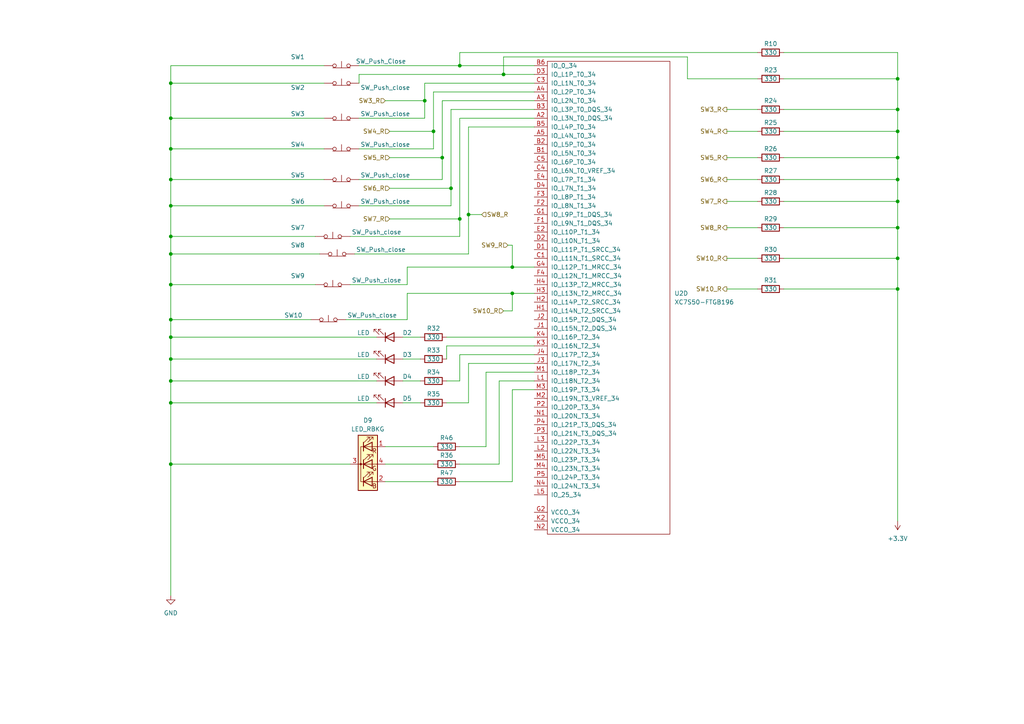
<source format=kicad_sch>
(kicad_sch (version 20230121) (generator eeschema)

  (uuid 3a98970e-05d3-4d05-add1-eb09edc68654)

  (paper "A4")

  (lib_symbols
    (symbol "Device:LED" (pin_numbers hide) (pin_names (offset 1.016) hide) (in_bom yes) (on_board yes)
      (property "Reference" "D" (at 0 2.54 0)
        (effects (font (size 1.27 1.27)))
      )
      (property "Value" "LED" (at 0 -2.54 0)
        (effects (font (size 1.27 1.27)))
      )
      (property "Footprint" "" (at 0 0 0)
        (effects (font (size 1.27 1.27)) hide)
      )
      (property "Datasheet" "~" (at 0 0 0)
        (effects (font (size 1.27 1.27)) hide)
      )
      (property "ki_keywords" "LED diode" (at 0 0 0)
        (effects (font (size 1.27 1.27)) hide)
      )
      (property "ki_description" "Light emitting diode" (at 0 0 0)
        (effects (font (size 1.27 1.27)) hide)
      )
      (property "ki_fp_filters" "LED* LED_SMD:* LED_THT:*" (at 0 0 0)
        (effects (font (size 1.27 1.27)) hide)
      )
      (symbol "LED_0_1"
        (polyline
          (pts
            (xy -1.27 -1.27)
            (xy -1.27 1.27)
          )
          (stroke (width 0.254) (type default))
          (fill (type none))
        )
        (polyline
          (pts
            (xy -1.27 0)
            (xy 1.27 0)
          )
          (stroke (width 0) (type default))
          (fill (type none))
        )
        (polyline
          (pts
            (xy 1.27 -1.27)
            (xy 1.27 1.27)
            (xy -1.27 0)
            (xy 1.27 -1.27)
          )
          (stroke (width 0.254) (type default))
          (fill (type none))
        )
        (polyline
          (pts
            (xy -3.048 -0.762)
            (xy -4.572 -2.286)
            (xy -3.81 -2.286)
            (xy -4.572 -2.286)
            (xy -4.572 -1.524)
          )
          (stroke (width 0) (type default))
          (fill (type none))
        )
        (polyline
          (pts
            (xy -1.778 -0.762)
            (xy -3.302 -2.286)
            (xy -2.54 -2.286)
            (xy -3.302 -2.286)
            (xy -3.302 -1.524)
          )
          (stroke (width 0) (type default))
          (fill (type none))
        )
      )
      (symbol "LED_1_1"
        (pin passive line (at -3.81 0 0) (length 2.54)
          (name "K" (effects (font (size 1.27 1.27))))
          (number "1" (effects (font (size 1.27 1.27))))
        )
        (pin passive line (at 3.81 0 180) (length 2.54)
          (name "A" (effects (font (size 1.27 1.27))))
          (number "2" (effects (font (size 1.27 1.27))))
        )
      )
    )
    (symbol "Device:LED_RBKG" (pin_names (offset 0) hide) (in_bom yes) (on_board yes)
      (property "Reference" "D" (at 0 9.398 0)
        (effects (font (size 1.27 1.27)))
      )
      (property "Value" "LED_RBKG" (at 0 -8.89 0)
        (effects (font (size 1.27 1.27)))
      )
      (property "Footprint" "" (at 0 -1.27 0)
        (effects (font (size 1.27 1.27)) hide)
      )
      (property "Datasheet" "~" (at 0 -1.27 0)
        (effects (font (size 1.27 1.27)) hide)
      )
      (property "ki_keywords" "LED RGB diode" (at 0 0 0)
        (effects (font (size 1.27 1.27)) hide)
      )
      (property "ki_description" "RGB LED, red/blue/cathode/green" (at 0 0 0)
        (effects (font (size 1.27 1.27)) hide)
      )
      (property "ki_fp_filters" "LED* LED_SMD:* LED_THT:*" (at 0 0 0)
        (effects (font (size 1.27 1.27)) hide)
      )
      (symbol "LED_RBKG_0_0"
        (text "B" (at 1.905 -6.35 0)
          (effects (font (size 1.27 1.27)))
        )
        (text "G" (at 1.905 -1.27 0)
          (effects (font (size 1.27 1.27)))
        )
        (text "R" (at 1.905 3.81 0)
          (effects (font (size 1.27 1.27)))
        )
      )
      (symbol "LED_RBKG_0_1"
        (circle (center -2.032 0) (radius 0.254)
          (stroke (width 0) (type default))
          (fill (type outline))
        )
        (polyline
          (pts
            (xy -1.27 -5.08)
            (xy 1.27 -5.08)
          )
          (stroke (width 0) (type default))
          (fill (type none))
        )
        (polyline
          (pts
            (xy -1.27 -3.81)
            (xy -1.27 -6.35)
          )
          (stroke (width 0.254) (type default))
          (fill (type none))
        )
        (polyline
          (pts
            (xy -1.27 0)
            (xy -2.54 0)
          )
          (stroke (width 0) (type default))
          (fill (type none))
        )
        (polyline
          (pts
            (xy -1.27 1.27)
            (xy -1.27 -1.27)
          )
          (stroke (width 0.254) (type default))
          (fill (type none))
        )
        (polyline
          (pts
            (xy -1.27 5.08)
            (xy 1.27 5.08)
          )
          (stroke (width 0) (type default))
          (fill (type none))
        )
        (polyline
          (pts
            (xy -1.27 6.35)
            (xy -1.27 3.81)
          )
          (stroke (width 0.254) (type default))
          (fill (type none))
        )
        (polyline
          (pts
            (xy 1.27 -5.08)
            (xy 2.54 -5.08)
          )
          (stroke (width 0) (type default))
          (fill (type none))
        )
        (polyline
          (pts
            (xy 1.27 0)
            (xy -1.27 0)
          )
          (stroke (width 0) (type default))
          (fill (type none))
        )
        (polyline
          (pts
            (xy 1.27 0)
            (xy 2.54 0)
          )
          (stroke (width 0) (type default))
          (fill (type none))
        )
        (polyline
          (pts
            (xy 1.27 5.08)
            (xy 2.54 5.08)
          )
          (stroke (width 0) (type default))
          (fill (type none))
        )
        (polyline
          (pts
            (xy -1.27 1.27)
            (xy -1.27 -1.27)
            (xy -1.27 -1.27)
          )
          (stroke (width 0) (type default))
          (fill (type none))
        )
        (polyline
          (pts
            (xy -1.27 6.35)
            (xy -1.27 3.81)
            (xy -1.27 3.81)
          )
          (stroke (width 0) (type default))
          (fill (type none))
        )
        (polyline
          (pts
            (xy -1.27 5.08)
            (xy -2.032 5.08)
            (xy -2.032 -5.08)
            (xy -1.016 -5.08)
          )
          (stroke (width 0) (type default))
          (fill (type none))
        )
        (polyline
          (pts
            (xy 1.27 -3.81)
            (xy 1.27 -6.35)
            (xy -1.27 -5.08)
            (xy 1.27 -3.81)
          )
          (stroke (width 0.254) (type default))
          (fill (type none))
        )
        (polyline
          (pts
            (xy 1.27 1.27)
            (xy 1.27 -1.27)
            (xy -1.27 0)
            (xy 1.27 1.27)
          )
          (stroke (width 0.254) (type default))
          (fill (type none))
        )
        (polyline
          (pts
            (xy 1.27 6.35)
            (xy 1.27 3.81)
            (xy -1.27 5.08)
            (xy 1.27 6.35)
          )
          (stroke (width 0.254) (type default))
          (fill (type none))
        )
        (polyline
          (pts
            (xy -1.016 -3.81)
            (xy 0.508 -2.286)
            (xy -0.254 -2.286)
            (xy 0.508 -2.286)
            (xy 0.508 -3.048)
          )
          (stroke (width 0) (type default))
          (fill (type none))
        )
        (polyline
          (pts
            (xy -1.016 1.27)
            (xy 0.508 2.794)
            (xy -0.254 2.794)
            (xy 0.508 2.794)
            (xy 0.508 2.032)
          )
          (stroke (width 0) (type default))
          (fill (type none))
        )
        (polyline
          (pts
            (xy -1.016 6.35)
            (xy 0.508 7.874)
            (xy -0.254 7.874)
            (xy 0.508 7.874)
            (xy 0.508 7.112)
          )
          (stroke (width 0) (type default))
          (fill (type none))
        )
        (polyline
          (pts
            (xy 0 -3.81)
            (xy 1.524 -2.286)
            (xy 0.762 -2.286)
            (xy 1.524 -2.286)
            (xy 1.524 -3.048)
          )
          (stroke (width 0) (type default))
          (fill (type none))
        )
        (polyline
          (pts
            (xy 0 1.27)
            (xy 1.524 2.794)
            (xy 0.762 2.794)
            (xy 1.524 2.794)
            (xy 1.524 2.032)
          )
          (stroke (width 0) (type default))
          (fill (type none))
        )
        (polyline
          (pts
            (xy 0 6.35)
            (xy 1.524 7.874)
            (xy 0.762 7.874)
            (xy 1.524 7.874)
            (xy 1.524 7.112)
          )
          (stroke (width 0) (type default))
          (fill (type none))
        )
        (rectangle (start 1.27 -1.27) (end 1.27 1.27)
          (stroke (width 0) (type default))
          (fill (type none))
        )
        (rectangle (start 1.27 1.27) (end 1.27 1.27)
          (stroke (width 0) (type default))
          (fill (type none))
        )
        (rectangle (start 1.27 3.81) (end 1.27 6.35)
          (stroke (width 0) (type default))
          (fill (type none))
        )
        (rectangle (start 1.27 6.35) (end 1.27 6.35)
          (stroke (width 0) (type default))
          (fill (type none))
        )
        (rectangle (start 2.794 8.382) (end -2.794 -7.62)
          (stroke (width 0.254) (type default))
          (fill (type background))
        )
      )
      (symbol "LED_RBKG_1_1"
        (pin passive line (at 5.08 5.08 180) (length 2.54)
          (name "RA" (effects (font (size 1.27 1.27))))
          (number "1" (effects (font (size 1.27 1.27))))
        )
        (pin passive line (at 5.08 -5.08 180) (length 2.54)
          (name "BA" (effects (font (size 1.27 1.27))))
          (number "2" (effects (font (size 1.27 1.27))))
        )
        (pin passive line (at -5.08 0 0) (length 2.54)
          (name "K" (effects (font (size 1.27 1.27))))
          (number "3" (effects (font (size 1.27 1.27))))
        )
        (pin passive line (at 5.08 0 180) (length 2.54)
          (name "GA" (effects (font (size 1.27 1.27))))
          (number "4" (effects (font (size 1.27 1.27))))
        )
      )
    )
    (symbol "Device:R" (pin_numbers hide) (pin_names (offset 0)) (in_bom yes) (on_board yes)
      (property "Reference" "R" (at 2.032 0 90)
        (effects (font (size 1.27 1.27)))
      )
      (property "Value" "R" (at 0 0 90)
        (effects (font (size 1.27 1.27)))
      )
      (property "Footprint" "" (at -1.778 0 90)
        (effects (font (size 1.27 1.27)) hide)
      )
      (property "Datasheet" "~" (at 0 0 0)
        (effects (font (size 1.27 1.27)) hide)
      )
      (property "ki_keywords" "R res resistor" (at 0 0 0)
        (effects (font (size 1.27 1.27)) hide)
      )
      (property "ki_description" "Resistor" (at 0 0 0)
        (effects (font (size 1.27 1.27)) hide)
      )
      (property "ki_fp_filters" "R_*" (at 0 0 0)
        (effects (font (size 1.27 1.27)) hide)
      )
      (symbol "R_0_1"
        (rectangle (start -1.016 -2.54) (end 1.016 2.54)
          (stroke (width 0.254) (type default))
          (fill (type none))
        )
      )
      (symbol "R_1_1"
        (pin passive line (at 0 3.81 270) (length 1.27)
          (name "~" (effects (font (size 1.27 1.27))))
          (number "1" (effects (font (size 1.27 1.27))))
        )
        (pin passive line (at 0 -3.81 90) (length 1.27)
          (name "~" (effects (font (size 1.27 1.27))))
          (number "2" (effects (font (size 1.27 1.27))))
        )
      )
    )
    (symbol "FPGA_project_partsalarm:XC7S50-FTGB196" (pin_names (offset 1.016)) (in_bom yes) (on_board yes)
      (property "Reference" "U" (at -1.27 69.85 0)
        (effects (font (size 1.27 1.27)))
      )
      (property "Value" "XC7S50-FTGB196" (at 0 -69.85 0)
        (effects (font (size 1.27 1.27)))
      )
      (property "Footprint" "Package_BGA:Xilinx_FTGB196" (at -6.35 0 0)
        (effects (font (size 1.27 1.27)) hide)
      )
      (property "Datasheet" "" (at -6.35 0 0)
        (effects (font (size 1.27 1.27)) hide)
      )
      (property "ki_locked" "" (at 0 0 0)
        (effects (font (size 1.27 1.27)))
      )
      (symbol "XC7S50-FTGB196_1_1"
        (rectangle (start -7.62 31.75) (end 7.62 -31.75)
          (stroke (width 0) (type solid))
          (fill (type none))
        )
        (pin power_in line (at -11.43 30.48 0) (length 3.81)
          (name "GND" (effects (font (size 1.27 1.27))))
          (number "A1" (effects (font (size 1.27 1.27))))
        )
        (pin power_in line (at -11.43 22.86 0) (length 3.81)
          (name "GND" (effects (font (size 1.27 1.27))))
          (number "A11" (effects (font (size 1.27 1.27))))
        )
        (pin power_in line (at -11.43 20.32 0) (length 3.81)
          (name "GND" (effects (font (size 1.27 1.27))))
          (number "A14" (effects (font (size 1.27 1.27))))
        )
        (pin power_in line (at -11.43 27.94 0) (length 3.81)
          (name "GND" (effects (font (size 1.27 1.27))))
          (number "A6" (effects (font (size 1.27 1.27))))
        )
        (pin power_in line (at -11.43 25.4 0) (length 3.81)
          (name "GND" (effects (font (size 1.27 1.27))))
          (number "A9" (effects (font (size 1.27 1.27))))
        )
        (pin power_in line (at -11.43 17.78 0) (length 3.81)
          (name "GND" (effects (font (size 1.27 1.27))))
          (number "B4" (effects (font (size 1.27 1.27))))
        )
        (pin power_in line (at -11.43 15.24 0) (length 3.81)
          (name "GND" (effects (font (size 1.27 1.27))))
          (number "B7" (effects (font (size 1.27 1.27))))
        )
        (pin power_in line (at -11.43 12.7 0) (length 3.81)
          (name "GND" (effects (font (size 1.27 1.27))))
          (number "B9" (effects (font (size 1.27 1.27))))
        )
        (pin power_in line (at -11.43 -2.54 0) (length 3.81)
          (name "GND" (effects (font (size 1.27 1.27))))
          (number "C13" (effects (font (size 1.27 1.27))))
        )
        (pin power_in line (at -11.43 10.16 0) (length 3.81)
          (name "GND" (effects (font (size 1.27 1.27))))
          (number "C2" (effects (font (size 1.27 1.27))))
        )
        (pin power_in line (at -11.43 7.62 0) (length 3.81)
          (name "GND" (effects (font (size 1.27 1.27))))
          (number "C6" (effects (font (size 1.27 1.27))))
        )
        (pin power_in line (at -11.43 5.08 0) (length 3.81)
          (name "GND" (effects (font (size 1.27 1.27))))
          (number "C7" (effects (font (size 1.27 1.27))))
        )
        (pin power_in line (at -11.43 2.54 0) (length 3.81)
          (name "GND" (effects (font (size 1.27 1.27))))
          (number "C8" (effects (font (size 1.27 1.27))))
        )
        (pin power_in line (at -11.43 0 0) (length 3.81)
          (name "GND" (effects (font (size 1.27 1.27))))
          (number "C9" (effects (font (size 1.27 1.27))))
        )
        (pin power_in line (at -11.43 -12.7 0) (length 3.81)
          (name "GND" (effects (font (size 1.27 1.27))))
          (number "D11" (effects (font (size 1.27 1.27))))
        )
        (pin power_in line (at -11.43 -5.08 0) (length 3.81)
          (name "GND" (effects (font (size 1.27 1.27))))
          (number "D5" (effects (font (size 1.27 1.27))))
        )
        (pin power_in line (at -11.43 -7.62 0) (length 3.81)
          (name "GND" (effects (font (size 1.27 1.27))))
          (number "D7" (effects (font (size 1.27 1.27))))
        )
        (pin power_in line (at -11.43 -10.16 0) (length 3.81)
          (name "GND" (effects (font (size 1.27 1.27))))
          (number "D9" (effects (font (size 1.27 1.27))))
        )
        (pin power_in line (at -11.43 -15.24 0) (length 3.81)
          (name "GND" (effects (font (size 1.27 1.27))))
          (number "E1" (effects (font (size 1.27 1.27))))
        )
        (pin power_in line (at -11.43 -25.4 0) (length 3.81)
          (name "GND" (effects (font (size 1.27 1.27))))
          (number "E10" (effects (font (size 1.27 1.27))))
        )
        (pin power_in line (at -11.43 -27.94 0) (length 3.81)
          (name "GND" (effects (font (size 1.27 1.27))))
          (number "E14" (effects (font (size 1.27 1.27))))
        )
        (pin power_in line (at -11.43 -17.78 0) (length 3.81)
          (name "GND" (effects (font (size 1.27 1.27))))
          (number "E3" (effects (font (size 1.27 1.27))))
        )
        (pin power_in line (at -11.43 -20.32 0) (length 3.81)
          (name "GND" (effects (font (size 1.27 1.27))))
          (number "E6" (effects (font (size 1.27 1.27))))
        )
        (pin power_in line (at -11.43 -22.86 0) (length 3.81)
          (name "GND" (effects (font (size 1.27 1.27))))
          (number "E8" (effects (font (size 1.27 1.27))))
        )
        (pin power_in line (at 11.43 20.32 180) (length 3.81)
          (name "GND" (effects (font (size 1.27 1.27))))
          (number "F5" (effects (font (size 1.27 1.27))))
        )
        (pin power_in line (at 11.43 22.86 180) (length 3.81)
          (name "GND" (effects (font (size 1.27 1.27))))
          (number "F9" (effects (font (size 1.27 1.27))))
        )
        (pin power_in line (at 11.43 30.48 180) (length 3.81)
          (name "GND" (effects (font (size 1.27 1.27))))
          (number "G10" (effects (font (size 1.27 1.27))))
        )
        (pin power_in line (at -11.43 -30.48 0) (length 3.81)
          (name "GND" (effects (font (size 1.27 1.27))))
          (number "G12" (effects (font (size 1.27 1.27))))
        )
        (pin power_in line (at 11.43 25.4 180) (length 3.81)
          (name "GND" (effects (font (size 1.27 1.27))))
          (number "G3" (effects (font (size 1.27 1.27))))
        )
        (pin power_in line (at 11.43 27.94 180) (length 3.81)
          (name "GND" (effects (font (size 1.27 1.27))))
          (number "G6" (effects (font (size 1.27 1.27))))
        )
        (pin power_in line (at 11.43 0 180) (length 3.81)
          (name "GND" (effects (font (size 1.27 1.27))))
          (number "H5" (effects (font (size 1.27 1.27))))
        )
        (pin power_in line (at 11.43 2.54 180) (length 3.81)
          (name "GND" (effects (font (size 1.27 1.27))))
          (number "H9" (effects (font (size 1.27 1.27))))
        )
        (pin power_in line (at 11.43 7.62 180) (length 3.81)
          (name "GND" (effects (font (size 1.27 1.27))))
          (number "J10" (effects (font (size 1.27 1.27))))
        )
        (pin power_in line (at 11.43 5.08 180) (length 3.81)
          (name "GND" (effects (font (size 1.27 1.27))))
          (number "J6" (effects (font (size 1.27 1.27))))
        )
        (pin power_in line (at 11.43 10.16 180) (length 3.81)
          (name "GND" (effects (font (size 1.27 1.27))))
          (number "K1" (effects (font (size 1.27 1.27))))
        )
        (pin power_in line (at 11.43 -2.54 180) (length 3.81)
          (name "GND" (effects (font (size 1.27 1.27))))
          (number "K14" (effects (font (size 1.27 1.27))))
        )
        (pin power_in line (at 11.43 12.7 180) (length 3.81)
          (name "GND" (effects (font (size 1.27 1.27))))
          (number "K5" (effects (font (size 1.27 1.27))))
        )
        (pin power_in line (at 11.43 15.24 180) (length 3.81)
          (name "GND" (effects (font (size 1.27 1.27))))
          (number "K7" (effects (font (size 1.27 1.27))))
        )
        (pin power_in line (at 11.43 17.78 180) (length 3.81)
          (name "GND" (effects (font (size 1.27 1.27))))
          (number "K9" (effects (font (size 1.27 1.27))))
        )
        (pin power_in line (at 11.43 -12.7 180) (length 3.81)
          (name "GND" (effects (font (size 1.27 1.27))))
          (number "L10" (effects (font (size 1.27 1.27))))
        )
        (pin power_in line (at 11.43 -15.24 180) (length 3.81)
          (name "GND" (effects (font (size 1.27 1.27))))
          (number "L11" (effects (font (size 1.27 1.27))))
        )
        (pin power_in line (at 11.43 -5.08 180) (length 3.81)
          (name "GND" (effects (font (size 1.27 1.27))))
          (number "L4" (effects (font (size 1.27 1.27))))
        )
        (pin power_in line (at 11.43 -7.62 180) (length 3.81)
          (name "GND" (effects (font (size 1.27 1.27))))
          (number "L6" (effects (font (size 1.27 1.27))))
        )
        (pin power_in line (at 11.43 -10.16 180) (length 3.81)
          (name "GND" (effects (font (size 1.27 1.27))))
          (number "L8" (effects (font (size 1.27 1.27))))
        )
        (pin power_in line (at 11.43 -25.4 180) (length 3.81)
          (name "GND" (effects (font (size 1.27 1.27))))
          (number "N12" (effects (font (size 1.27 1.27))))
        )
        (pin power_in line (at 11.43 -17.78 180) (length 3.81)
          (name "GND" (effects (font (size 1.27 1.27))))
          (number "N3" (effects (font (size 1.27 1.27))))
        )
        (pin power_in line (at 11.43 -20.32 180) (length 3.81)
          (name "GND" (effects (font (size 1.27 1.27))))
          (number "N5" (effects (font (size 1.27 1.27))))
        )
        (pin power_in line (at 11.43 -22.86 180) (length 3.81)
          (name "GND" (effects (font (size 1.27 1.27))))
          (number "N9" (effects (font (size 1.27 1.27))))
        )
        (pin power_in line (at 11.43 -27.94 180) (length 3.81)
          (name "GND" (effects (font (size 1.27 1.27))))
          (number "P1" (effects (font (size 1.27 1.27))))
        )
        (pin power_in line (at 11.43 -30.48 180) (length 3.81)
          (name "GND" (effects (font (size 1.27 1.27))))
          (number "P14" (effects (font (size 1.27 1.27))))
        )
      )
      (symbol "XC7S50-FTGB196_2_1"
        (rectangle (start 10.16 12.7) (end -11.43 -12.7)
          (stroke (width 0) (type solid))
          (fill (type none))
        )
        (pin power_in line (at 13.97 11.43 180) (length 3.81)
          (name "VCCINT" (effects (font (size 1.27 1.27))))
          (number "D6" (effects (font (size 1.27 1.27))))
        )
        (pin power_in line (at 13.97 8.89 180) (length 3.81)
          (name "VCCINT" (effects (font (size 1.27 1.27))))
          (number "D8" (effects (font (size 1.27 1.27))))
        )
        (pin power_in line (at -15.24 -6.35 0) (length 3.81)
          (name "VCCBRAM" (effects (font (size 1.27 1.27))))
          (number "E5" (effects (font (size 1.27 1.27))))
        )
        (pin power_in line (at 13.97 6.35 180) (length 3.81)
          (name "VCCINT" (effects (font (size 1.27 1.27))))
          (number "E7" (effects (font (size 1.27 1.27))))
        )
        (pin power_in line (at 13.97 3.81 180) (length 3.81)
          (name "VCCINT" (effects (font (size 1.27 1.27))))
          (number "E9" (effects (font (size 1.27 1.27))))
        )
        (pin power_in line (at -15.24 11.43 0) (length 3.81)
          (name "VCCAUX" (effects (font (size 1.27 1.27))))
          (number "F10" (effects (font (size 1.27 1.27))))
        )
        (pin power_in line (at 13.97 1.27 180) (length 3.81)
          (name "VCCINT" (effects (font (size 1.27 1.27))))
          (number "F6" (effects (font (size 1.27 1.27))))
        )
        (pin power_in line (at -15.24 -8.89 0) (length 3.81)
          (name "VCCBRAM" (effects (font (size 1.27 1.27))))
          (number "G5" (effects (font (size 1.27 1.27))))
        )
        (pin power_in line (at 13.97 -1.27 180) (length 3.81)
          (name "VCCINT" (effects (font (size 1.27 1.27))))
          (number "G9" (effects (font (size 1.27 1.27))))
        )
        (pin power_in line (at -15.24 8.89 0) (length 3.81)
          (name "VCCAUX" (effects (font (size 1.27 1.27))))
          (number "H10" (effects (font (size 1.27 1.27))))
        )
        (pin power_in line (at 13.97 -3.81 180) (length 3.81)
          (name "VCCINT" (effects (font (size 1.27 1.27))))
          (number "H6" (effects (font (size 1.27 1.27))))
        )
        (pin power_in line (at -15.24 -11.43 0) (length 3.81)
          (name "VCCBRAM" (effects (font (size 1.27 1.27))))
          (number "J5" (effects (font (size 1.27 1.27))))
        )
        (pin power_in line (at 13.97 -6.35 180) (length 3.81)
          (name "VCCINT" (effects (font (size 1.27 1.27))))
          (number "J9" (effects (font (size 1.27 1.27))))
        )
        (pin power_in line (at -15.24 6.35 0) (length 3.81)
          (name "VCCAUX" (effects (font (size 1.27 1.27))))
          (number "K10" (effects (font (size 1.27 1.27))))
        )
        (pin power_in line (at 13.97 -8.89 180) (length 3.81)
          (name "VCCINT" (effects (font (size 1.27 1.27))))
          (number "K6" (effects (font (size 1.27 1.27))))
        )
        (pin power_in line (at 13.97 -11.43 180) (length 3.81)
          (name "VCCINT" (effects (font (size 1.27 1.27))))
          (number "K8" (effects (font (size 1.27 1.27))))
        )
        (pin power_in line (at -15.24 3.81 0) (length 3.81)
          (name "VCCAUX" (effects (font (size 1.27 1.27))))
          (number "L9" (effects (font (size 1.27 1.27))))
        )
      )
      (symbol "XC7S50-FTGB196_3_1"
        (rectangle (start -17.78 68.58) (end 17.78 -68.58)
          (stroke (width 0) (type solid))
          (fill (type none))
        )
        (pin bidirectional line (at -21.59 52.07 0) (length 3.81)
          (name "IO_L3N_T0_DQS_EMCCLK_14" (effects (font (size 1.27 1.27))))
          (number "A10" (effects (font (size 1.27 1.27))))
        )
        (pin bidirectional line (at -21.59 49.53 0) (length 3.81)
          (name "IO_L4P_T0_D04_14" (effects (font (size 1.27 1.27))))
          (number "A12" (effects (font (size 1.27 1.27))))
        )
        (pin bidirectional line (at -21.59 46.99 0) (length 3.81)
          (name "IO_L4N_T0_D05_14" (effects (font (size 1.27 1.27))))
          (number "A13" (effects (font (size 1.27 1.27))))
        )
        (pin bidirectional line (at -21.59 54.61 0) (length 3.81)
          (name "IO_L3P_T0_DQS_PUDC_B_14" (effects (font (size 1.27 1.27))))
          (number "B10" (effects (font (size 1.27 1.27))))
        )
        (pin bidirectional line (at -21.59 64.77 0) (length 3.81)
          (name "IO_L1P_T0_D00_MOSI_14" (effects (font (size 1.27 1.27))))
          (number "B11" (effects (font (size 1.27 1.27))))
        )
        (pin bidirectional line (at -21.59 62.23 0) (length 3.81)
          (name "IO_L1N_T0_D01_DIN_14" (effects (font (size 1.27 1.27))))
          (number "B12" (effects (font (size 1.27 1.27))))
        )
        (pin bidirectional line (at -21.59 44.45 0) (length 3.81)
          (name "IO_L5P_T0_D06_14" (effects (font (size 1.27 1.27))))
          (number "B13" (effects (font (size 1.27 1.27))))
        )
        (pin bidirectional line (at -21.59 41.91 0) (length 3.81)
          (name "IO_L5N_T0_D07_14" (effects (font (size 1.27 1.27))))
          (number "B14" (effects (font (size 1.27 1.27))))
        )
        (pin bidirectional line (at -21.59 57.15 0) (length 3.81)
          (name "IO_L2N_T0_D03_14" (effects (font (size 1.27 1.27))))
          (number "C10" (effects (font (size 1.27 1.27))))
        )
        (pin bidirectional line (at -21.59 39.37 0) (length 3.81)
          (name "IO_L6P_T0_FCS_B_14" (effects (font (size 1.27 1.27))))
          (number "C11" (effects (font (size 1.27 1.27))))
        )
        (pin bidirectional line (at -21.59 36.83 0) (length 3.81)
          (name "IO_L6N_T0_D08_VREF_14" (effects (font (size 1.27 1.27))))
          (number "C12" (effects (font (size 1.27 1.27))))
        )
        (pin bidirectional line (at -21.59 11.43 0) (length 3.81)
          (name "IO_L11N_T1_SRCC_14" (effects (font (size 1.27 1.27))))
          (number "C14" (effects (font (size 1.27 1.27))))
        )
        (pin bidirectional line (at -21.59 59.69 0) (length 3.81)
          (name "IO_L2P_T0_D02_14" (effects (font (size 1.27 1.27))))
          (number "D10" (effects (font (size 1.27 1.27))))
        )
        (pin bidirectional line (at -21.59 29.21 0) (length 3.81)
          (name "IO_L8P_T1_D11_14" (effects (font (size 1.27 1.27))))
          (number "D12" (effects (font (size 1.27 1.27))))
        )
        (pin bidirectional line (at -21.59 26.67 0) (length 3.81)
          (name "IO_L8N_T1_D12_14" (effects (font (size 1.27 1.27))))
          (number "D13" (effects (font (size 1.27 1.27))))
        )
        (pin bidirectional line (at -21.59 13.97 0) (length 3.81)
          (name "IO_L11P_T1_SRCC_14" (effects (font (size 1.27 1.27))))
          (number "D14" (effects (font (size 1.27 1.27))))
        )
        (pin bidirectional line (at -21.59 67.31 0) (length 3.81)
          (name "IO_0_14" (effects (font (size 1.27 1.27))))
          (number "E11" (effects (font (size 1.27 1.27))))
        )
        (pin bidirectional line (at -21.59 31.75 0) (length 3.81)
          (name "IO_L7N_T1_D10_14" (effects (font (size 1.27 1.27))))
          (number "E12" (effects (font (size 1.27 1.27))))
        )
        (pin bidirectional line (at -21.59 16.51 0) (length 3.81)
          (name "IO_L10N_T1_D15_14" (effects (font (size 1.27 1.27))))
          (number "E13" (effects (font (size 1.27 1.27))))
        )
        (pin bidirectional line (at -21.59 6.35 0) (length 3.81)
          (name "IO_L12N_T1_MRCC_14" (effects (font (size 1.27 1.27))))
          (number "F11" (effects (font (size 1.27 1.27))))
        )
        (pin bidirectional line (at -21.59 34.29 0) (length 3.81)
          (name "IO_L7P_T1_D09_14" (effects (font (size 1.27 1.27))))
          (number "F12" (effects (font (size 1.27 1.27))))
        )
        (pin bidirectional line (at -21.59 19.05 0) (length 3.81)
          (name "IO_L10P_T1_D14_14" (effects (font (size 1.27 1.27))))
          (number "F13" (effects (font (size 1.27 1.27))))
        )
        (pin bidirectional line (at -21.59 21.59 0) (length 3.81)
          (name "IO_L9N_T1_DQS_D13_14" (effects (font (size 1.27 1.27))))
          (number "F14" (effects (font (size 1.27 1.27))))
        )
        (pin bidirectional line (at -21.59 8.89 0) (length 3.81)
          (name "IO_L12P_T1_MRCC_14" (effects (font (size 1.27 1.27))))
          (number "G11" (effects (font (size 1.27 1.27))))
        )
        (pin power_in line (at -21.59 -62.23 0) (length 3.81)
          (name "VCCO_14" (effects (font (size 1.27 1.27))))
          (number "G13" (effects (font (size 1.27 1.27))))
        )
        (pin bidirectional line (at -21.59 24.13 0) (length 3.81)
          (name "IO_L9P_T1_DQS_14" (effects (font (size 1.27 1.27))))
          (number "G14" (effects (font (size 1.27 1.27))))
        )
        (pin bidirectional line (at -21.59 3.81 0) (length 3.81)
          (name "IO_L13P_T2_MRCC_14" (effects (font (size 1.27 1.27))))
          (number "H11" (effects (font (size 1.27 1.27))))
        )
        (pin bidirectional line (at -21.59 1.27 0) (length 3.81)
          (name "IO_L13N_T2_MRCC_14" (effects (font (size 1.27 1.27))))
          (number "H12" (effects (font (size 1.27 1.27))))
        )
        (pin bidirectional line (at -21.59 -1.27 0) (length 3.81)
          (name "IO_L14P_T2_SRCC_14" (effects (font (size 1.27 1.27))))
          (number "H13" (effects (font (size 1.27 1.27))))
        )
        (pin bidirectional line (at -21.59 -3.81 0) (length 3.81)
          (name "IO_L14N_T2_SRCC_14" (effects (font (size 1.27 1.27))))
          (number "H14" (effects (font (size 1.27 1.27))))
        )
        (pin bidirectional line (at -21.59 -16.51 0) (length 3.81)
          (name "IO_L17P_T2_D30_14" (effects (font (size 1.27 1.27))))
          (number "J11" (effects (font (size 1.27 1.27))))
        )
        (pin bidirectional line (at -21.59 -19.05 0) (length 3.81)
          (name "IO_L17N_T2_D29_14" (effects (font (size 1.27 1.27))))
          (number "J12" (effects (font (size 1.27 1.27))))
        )
        (pin bidirectional line (at -21.59 -21.59 0) (length 3.81)
          (name "IO_L18P_T2_D28_14" (effects (font (size 1.27 1.27))))
          (number "J13" (effects (font (size 1.27 1.27))))
        )
        (pin bidirectional line (at -21.59 -24.13 0) (length 3.81)
          (name "IO_L18N_T2_D27_14" (effects (font (size 1.27 1.27))))
          (number "J14" (effects (font (size 1.27 1.27))))
        )
        (pin bidirectional line (at -21.59 -26.67 0) (length 3.81)
          (name "IO_L19P_T3_D26_14" (effects (font (size 1.27 1.27))))
          (number "K11" (effects (font (size 1.27 1.27))))
        )
        (pin bidirectional line (at -21.59 -29.21 0) (length 3.81)
          (name "IO_L19N_T3_D25_VREF_14" (effects (font (size 1.27 1.27))))
          (number "K12" (effects (font (size 1.27 1.27))))
        )
        (pin power_in line (at -21.59 -64.77 0) (length 3.81)
          (name "VCCO_14" (effects (font (size 1.27 1.27))))
          (number "K13" (effects (font (size 1.27 1.27))))
        )
        (pin bidirectional line (at -21.59 -11.43 0) (length 3.81)
          (name "IO_L16P_T2_CSI_B_14" (effects (font (size 1.27 1.27))))
          (number "L12" (effects (font (size 1.27 1.27))))
        )
        (pin bidirectional line (at -21.59 -13.97 0) (length 3.81)
          (name "IO_L16N_T2_D31_14" (effects (font (size 1.27 1.27))))
          (number "L13" (effects (font (size 1.27 1.27))))
        )
        (pin bidirectional line (at -21.59 -8.89 0) (length 3.81)
          (name "IO_L15N_T2_DQS_DOUT_CSO_B_14" (effects (font (size 1.27 1.27))))
          (number "L14" (effects (font (size 1.27 1.27))))
        )
        (pin bidirectional line (at -21.59 -57.15 0) (length 3.81)
          (name "IO_25_14" (effects (font (size 1.27 1.27))))
          (number "M10" (effects (font (size 1.27 1.27))))
        )
        (pin bidirectional line (at -21.59 -31.75 0) (length 3.81)
          (name "IO_L20P_T3_D24_14" (effects (font (size 1.27 1.27))))
          (number "M11" (effects (font (size 1.27 1.27))))
        )
        (pin bidirectional line (at -21.59 -34.29 0) (length 3.81)
          (name "IO_L20N_T3_D23_14" (effects (font (size 1.27 1.27))))
          (number "M12" (effects (font (size 1.27 1.27))))
        )
        (pin bidirectional line (at -21.59 -6.35 0) (length 3.81)
          (name "IO_L15P_T2_DQS_RDWR_B_14" (effects (font (size 1.27 1.27))))
          (number "M13" (effects (font (size 1.27 1.27))))
        )
        (pin bidirectional line (at -21.59 -39.37 0) (length 3.81)
          (name "IO_L21N_T3_DQS_D22_14" (effects (font (size 1.27 1.27))))
          (number "M14" (effects (font (size 1.27 1.27))))
        )
        (pin bidirectional line (at -21.59 -46.99 0) (length 3.81)
          (name "IO_L23P_T3_D19_14" (effects (font (size 1.27 1.27))))
          (number "N10" (effects (font (size 1.27 1.27))))
        )
        (pin bidirectional line (at -21.59 -49.53 0) (length 3.81)
          (name "IO_L23N_T3_D18_14" (effects (font (size 1.27 1.27))))
          (number "N11" (effects (font (size 1.27 1.27))))
        )
        (pin power_in line (at -21.59 -67.31 0) (length 3.81)
          (name "VCCO_14" (effects (font (size 1.27 1.27))))
          (number "N13" (effects (font (size 1.27 1.27))))
        )
        (pin bidirectional line (at -21.59 -36.83 0) (length 3.81)
          (name "IO_L21P_T3_DQS_14" (effects (font (size 1.27 1.27))))
          (number "N14" (effects (font (size 1.27 1.27))))
        )
        (pin bidirectional line (at -21.59 -52.07 0) (length 3.81)
          (name "IO_L24P_T3_D17_14" (effects (font (size 1.27 1.27))))
          (number "P10" (effects (font (size 1.27 1.27))))
        )
        (pin bidirectional line (at -21.59 -54.61 0) (length 3.81)
          (name "IO_L24N_T3_D16_14" (effects (font (size 1.27 1.27))))
          (number "P11" (effects (font (size 1.27 1.27))))
        )
        (pin bidirectional line (at -21.59 -41.91 0) (length 3.81)
          (name "IO_L22P_T3_D21_14" (effects (font (size 1.27 1.27))))
          (number "P12" (effects (font (size 1.27 1.27))))
        )
        (pin bidirectional line (at -21.59 -44.45 0) (length 3.81)
          (name "IO_L22N_T3_D20_14" (effects (font (size 1.27 1.27))))
          (number "P13" (effects (font (size 1.27 1.27))))
        )
      )
      (symbol "XC7S50-FTGB196_4_1"
        (rectangle (start -17.78 68.58) (end 17.78 -68.58)
          (stroke (width 0) (type solid))
          (fill (type none))
        )
        (pin bidirectional line (at -21.59 52.07 0) (length 3.81)
          (name "IO_L3N_T0_DQS_34" (effects (font (size 1.27 1.27))))
          (number "A2" (effects (font (size 1.27 1.27))))
        )
        (pin bidirectional line (at -21.59 57.15 0) (length 3.81)
          (name "IO_L2N_T0_34" (effects (font (size 1.27 1.27))))
          (number "A3" (effects (font (size 1.27 1.27))))
        )
        (pin bidirectional line (at -21.59 59.69 0) (length 3.81)
          (name "IO_L2P_T0_34" (effects (font (size 1.27 1.27))))
          (number "A4" (effects (font (size 1.27 1.27))))
        )
        (pin bidirectional line (at -21.59 46.99 0) (length 3.81)
          (name "IO_L4N_T0_34" (effects (font (size 1.27 1.27))))
          (number "A5" (effects (font (size 1.27 1.27))))
        )
        (pin bidirectional line (at -21.59 41.91 0) (length 3.81)
          (name "IO_L5N_T0_34" (effects (font (size 1.27 1.27))))
          (number "B1" (effects (font (size 1.27 1.27))))
        )
        (pin bidirectional line (at -21.59 44.45 0) (length 3.81)
          (name "IO_L5P_T0_34" (effects (font (size 1.27 1.27))))
          (number "B2" (effects (font (size 1.27 1.27))))
        )
        (pin bidirectional line (at -21.59 54.61 0) (length 3.81)
          (name "IO_L3P_T0_DQS_34" (effects (font (size 1.27 1.27))))
          (number "B3" (effects (font (size 1.27 1.27))))
        )
        (pin bidirectional line (at -21.59 49.53 0) (length 3.81)
          (name "IO_L4P_T0_34" (effects (font (size 1.27 1.27))))
          (number "B5" (effects (font (size 1.27 1.27))))
        )
        (pin bidirectional line (at -21.59 67.31 0) (length 3.81)
          (name "IO_0_34" (effects (font (size 1.27 1.27))))
          (number "B6" (effects (font (size 1.27 1.27))))
        )
        (pin bidirectional line (at -21.59 11.43 0) (length 3.81)
          (name "IO_L11N_T1_SRCC_34" (effects (font (size 1.27 1.27))))
          (number "C1" (effects (font (size 1.27 1.27))))
        )
        (pin bidirectional line (at -21.59 62.23 0) (length 3.81)
          (name "IO_L1N_T0_34" (effects (font (size 1.27 1.27))))
          (number "C3" (effects (font (size 1.27 1.27))))
        )
        (pin bidirectional line (at -21.59 36.83 0) (length 3.81)
          (name "IO_L6N_T0_VREF_34" (effects (font (size 1.27 1.27))))
          (number "C4" (effects (font (size 1.27 1.27))))
        )
        (pin bidirectional line (at -21.59 39.37 0) (length 3.81)
          (name "IO_L6P_T0_34" (effects (font (size 1.27 1.27))))
          (number "C5" (effects (font (size 1.27 1.27))))
        )
        (pin bidirectional line (at -21.59 13.97 0) (length 3.81)
          (name "IO_L11P_T1_SRCC_34" (effects (font (size 1.27 1.27))))
          (number "D1" (effects (font (size 1.27 1.27))))
        )
        (pin bidirectional line (at -21.59 16.51 0) (length 3.81)
          (name "IO_L10N_T1_34" (effects (font (size 1.27 1.27))))
          (number "D2" (effects (font (size 1.27 1.27))))
        )
        (pin bidirectional line (at -21.59 64.77 0) (length 3.81)
          (name "IO_L1P_T0_34" (effects (font (size 1.27 1.27))))
          (number "D3" (effects (font (size 1.27 1.27))))
        )
        (pin bidirectional line (at -21.59 31.75 0) (length 3.81)
          (name "IO_L7N_T1_34" (effects (font (size 1.27 1.27))))
          (number "D4" (effects (font (size 1.27 1.27))))
        )
        (pin bidirectional line (at -21.59 19.05 0) (length 3.81)
          (name "IO_L10P_T1_34" (effects (font (size 1.27 1.27))))
          (number "E2" (effects (font (size 1.27 1.27))))
        )
        (pin bidirectional line (at -21.59 34.29 0) (length 3.81)
          (name "IO_L7P_T1_34" (effects (font (size 1.27 1.27))))
          (number "E4" (effects (font (size 1.27 1.27))))
        )
        (pin bidirectional line (at -21.59 21.59 0) (length 3.81)
          (name "IO_L9N_T1_DQS_34" (effects (font (size 1.27 1.27))))
          (number "F1" (effects (font (size 1.27 1.27))))
        )
        (pin bidirectional line (at -21.59 26.67 0) (length 3.81)
          (name "IO_L8N_T1_34" (effects (font (size 1.27 1.27))))
          (number "F2" (effects (font (size 1.27 1.27))))
        )
        (pin bidirectional line (at -21.59 29.21 0) (length 3.81)
          (name "IO_L8P_T1_34" (effects (font (size 1.27 1.27))))
          (number "F3" (effects (font (size 1.27 1.27))))
        )
        (pin bidirectional line (at -21.59 6.35 0) (length 3.81)
          (name "IO_L12N_T1_MRCC_34" (effects (font (size 1.27 1.27))))
          (number "F4" (effects (font (size 1.27 1.27))))
        )
        (pin bidirectional line (at -21.59 24.13 0) (length 3.81)
          (name "IO_L9P_T1_DQS_34" (effects (font (size 1.27 1.27))))
          (number "G1" (effects (font (size 1.27 1.27))))
        )
        (pin power_in line (at -21.59 -62.23 0) (length 3.81)
          (name "VCCO_34" (effects (font (size 1.27 1.27))))
          (number "G2" (effects (font (size 1.27 1.27))))
        )
        (pin bidirectional line (at -21.59 8.89 0) (length 3.81)
          (name "IO_L12P_T1_MRCC_34" (effects (font (size 1.27 1.27))))
          (number "G4" (effects (font (size 1.27 1.27))))
        )
        (pin bidirectional line (at -21.59 -3.81 0) (length 3.81)
          (name "IO_L14N_T2_SRCC_34" (effects (font (size 1.27 1.27))))
          (number "H1" (effects (font (size 1.27 1.27))))
        )
        (pin bidirectional line (at -21.59 -1.27 0) (length 3.81)
          (name "IO_L14P_T2_SRCC_34" (effects (font (size 1.27 1.27))))
          (number "H2" (effects (font (size 1.27 1.27))))
        )
        (pin bidirectional line (at -21.59 1.27 0) (length 3.81)
          (name "IO_L13N_T2_MRCC_34" (effects (font (size 1.27 1.27))))
          (number "H3" (effects (font (size 1.27 1.27))))
        )
        (pin bidirectional line (at -21.59 3.81 0) (length 3.81)
          (name "IO_L13P_T2_MRCC_34" (effects (font (size 1.27 1.27))))
          (number "H4" (effects (font (size 1.27 1.27))))
        )
        (pin bidirectional line (at -21.59 -8.89 0) (length 3.81)
          (name "IO_L15N_T2_DQS_34" (effects (font (size 1.27 1.27))))
          (number "J1" (effects (font (size 1.27 1.27))))
        )
        (pin bidirectional line (at -21.59 -6.35 0) (length 3.81)
          (name "IO_L15P_T2_DQS_34" (effects (font (size 1.27 1.27))))
          (number "J2" (effects (font (size 1.27 1.27))))
        )
        (pin bidirectional line (at -21.59 -19.05 0) (length 3.81)
          (name "IO_L17N_T2_34" (effects (font (size 1.27 1.27))))
          (number "J3" (effects (font (size 1.27 1.27))))
        )
        (pin bidirectional line (at -21.59 -16.51 0) (length 3.81)
          (name "IO_L17P_T2_34" (effects (font (size 1.27 1.27))))
          (number "J4" (effects (font (size 1.27 1.27))))
        )
        (pin power_in line (at -21.59 -64.77 0) (length 3.81)
          (name "VCCO_34" (effects (font (size 1.27 1.27))))
          (number "K2" (effects (font (size 1.27 1.27))))
        )
        (pin bidirectional line (at -21.59 -13.97 0) (length 3.81)
          (name "IO_L16N_T2_34" (effects (font (size 1.27 1.27))))
          (number "K3" (effects (font (size 1.27 1.27))))
        )
        (pin bidirectional line (at -21.59 -11.43 0) (length 3.81)
          (name "IO_L16P_T2_34" (effects (font (size 1.27 1.27))))
          (number "K4" (effects (font (size 1.27 1.27))))
        )
        (pin bidirectional line (at -21.59 -24.13 0) (length 3.81)
          (name "IO_L18N_T2_34" (effects (font (size 1.27 1.27))))
          (number "L1" (effects (font (size 1.27 1.27))))
        )
        (pin bidirectional line (at -21.59 -44.45 0) (length 3.81)
          (name "IO_L22N_T3_34" (effects (font (size 1.27 1.27))))
          (number "L2" (effects (font (size 1.27 1.27))))
        )
        (pin bidirectional line (at -21.59 -41.91 0) (length 3.81)
          (name "IO_L22P_T3_34" (effects (font (size 1.27 1.27))))
          (number "L3" (effects (font (size 1.27 1.27))))
        )
        (pin bidirectional line (at -21.59 -57.15 0) (length 3.81)
          (name "IO_25_34" (effects (font (size 1.27 1.27))))
          (number "L5" (effects (font (size 1.27 1.27))))
        )
        (pin bidirectional line (at -21.59 -21.59 0) (length 3.81)
          (name "IO_L18P_T2_34" (effects (font (size 1.27 1.27))))
          (number "M1" (effects (font (size 1.27 1.27))))
        )
        (pin bidirectional line (at -21.59 -29.21 0) (length 3.81)
          (name "IO_L19N_T3_VREF_34" (effects (font (size 1.27 1.27))))
          (number "M2" (effects (font (size 1.27 1.27))))
        )
        (pin bidirectional line (at -21.59 -26.67 0) (length 3.81)
          (name "IO_L19P_T3_34" (effects (font (size 1.27 1.27))))
          (number "M3" (effects (font (size 1.27 1.27))))
        )
        (pin bidirectional line (at -21.59 -49.53 0) (length 3.81)
          (name "IO_L23N_T3_34" (effects (font (size 1.27 1.27))))
          (number "M4" (effects (font (size 1.27 1.27))))
        )
        (pin bidirectional line (at -21.59 -46.99 0) (length 3.81)
          (name "IO_L23P_T3_34" (effects (font (size 1.27 1.27))))
          (number "M5" (effects (font (size 1.27 1.27))))
        )
        (pin bidirectional line (at -21.59 -34.29 0) (length 3.81)
          (name "IO_L20N_T3_34" (effects (font (size 1.27 1.27))))
          (number "N1" (effects (font (size 1.27 1.27))))
        )
        (pin power_in line (at -21.59 -67.31 0) (length 3.81)
          (name "VCCO_34" (effects (font (size 1.27 1.27))))
          (number "N2" (effects (font (size 1.27 1.27))))
        )
        (pin bidirectional line (at -21.59 -54.61 0) (length 3.81)
          (name "IO_L24N_T3_34" (effects (font (size 1.27 1.27))))
          (number "N4" (effects (font (size 1.27 1.27))))
        )
        (pin bidirectional line (at -21.59 -31.75 0) (length 3.81)
          (name "IO_L20P_T3_34" (effects (font (size 1.27 1.27))))
          (number "P2" (effects (font (size 1.27 1.27))))
        )
        (pin bidirectional line (at -21.59 -39.37 0) (length 3.81)
          (name "IO_L21N_T3_DQS_34" (effects (font (size 1.27 1.27))))
          (number "P3" (effects (font (size 1.27 1.27))))
        )
        (pin bidirectional line (at -21.59 -36.83 0) (length 3.81)
          (name "IO_L21P_T3_DQS_34" (effects (font (size 1.27 1.27))))
          (number "P4" (effects (font (size 1.27 1.27))))
        )
        (pin bidirectional line (at -21.59 -52.07 0) (length 3.81)
          (name "IO_L24P_T3_34" (effects (font (size 1.27 1.27))))
          (number "P5" (effects (font (size 1.27 1.27))))
        )
      )
      (symbol "XC7S50-FTGB196_5_1"
        (rectangle (start -7.62 41.91) (end 7.62 -41.91)
          (stroke (width 0) (type solid))
          (fill (type none))
        )
        (pin input clock (at -11.43 25.4 0) (length 3.81)
          (name "TCK_0" (effects (font (size 1.27 1.27))))
          (number "A7" (effects (font (size 1.27 1.27))))
        )
        (pin output clock (at -11.43 -17.78 0) (length 3.81)
          (name "CCLK_0" (effects (font (size 1.27 1.27))))
          (number "A8" (effects (font (size 1.27 1.27))))
        )
        (pin power_in line (at -11.43 33.02 0) (length 3.81)
          (name "VCCBATT_0" (effects (font (size 1.27 1.27))))
          (number "B8" (effects (font (size 1.27 1.27))))
        )
        (pin power_in line (at -11.43 38.1 0) (length 3.81)
          (name "GNDADC_0" (effects (font (size 1.27 1.27))))
          (number "F7" (effects (font (size 1.27 1.27))))
        )
        (pin power_in line (at -11.43 40.64 0) (length 3.81)
          (name "VCCADC_0" (effects (font (size 1.27 1.27))))
          (number "F8" (effects (font (size 1.27 1.27))))
        )
        (pin input line (at -11.43 12.7 0) (length 3.81)
          (name "VREFN_0" (effects (font (size 1.27 1.27))))
          (number "G7" (effects (font (size 1.27 1.27))))
        )
        (pin input line (at -11.43 7.62 0) (length 3.81)
          (name "VP_0" (effects (font (size 1.27 1.27))))
          (number "G8" (effects (font (size 1.27 1.27))))
        )
        (pin input line (at -11.43 5.08 0) (length 3.81)
          (name "VN_0" (effects (font (size 1.27 1.27))))
          (number "H7" (effects (font (size 1.27 1.27))))
        )
        (pin input line (at -11.43 15.24 0) (length 3.81)
          (name "VREFP_0" (effects (font (size 1.27 1.27))))
          (number "H8" (effects (font (size 1.27 1.27))))
        )
        (pin passive line (at -11.43 -2.54 0) (length 3.81)
          (name "DXN_0" (effects (font (size 1.27 1.27))))
          (number "J7" (effects (font (size 1.27 1.27))))
        )
        (pin passive line (at -11.43 0 0) (length 3.81)
          (name "DXP_0" (effects (font (size 1.27 1.27))))
          (number "J8" (effects (font (size 1.27 1.27))))
        )
        (pin bidirectional line (at -11.43 -33.02 0) (length 3.81)
          (name "PROGRAM_B_0" (effects (font (size 1.27 1.27))))
          (number "L7" (effects (font (size 1.27 1.27))))
        )
        (pin input line (at -11.43 27.94 0) (length 3.81)
          (name "TMS_0" (effects (font (size 1.27 1.27))))
          (number "M6" (effects (font (size 1.27 1.27))))
        )
        (pin input line (at -11.43 -7.62 0) (length 3.81)
          (name "M0_0" (effects (font (size 1.27 1.27))))
          (number "M7" (effects (font (size 1.27 1.27))))
        )
        (pin input line (at -11.43 -10.16 0) (length 3.81)
          (name "M1_0" (effects (font (size 1.27 1.27))))
          (number "M8" (effects (font (size 1.27 1.27))))
        )
        (pin input line (at -11.43 -12.7 0) (length 3.81)
          (name "M2_0" (effects (font (size 1.27 1.27))))
          (number "M9" (effects (font (size 1.27 1.27))))
        )
        (pin power_in line (at -11.43 -38.1 0) (length 3.81)
          (name "VCCO_0" (effects (font (size 1.27 1.27))))
          (number "N6" (effects (font (size 1.27 1.27))))
        )
        (pin passive line (at -11.43 -22.86 0) (length 3.81)
          (name "CFGBVS_0" (effects (font (size 1.27 1.27))))
          (number "N7" (effects (font (size 1.27 1.27))))
        )
        (pin power_in line (at -11.43 -40.64 0) (length 3.81)
          (name "VCCO_0" (effects (font (size 1.27 1.27))))
          (number "N8" (effects (font (size 1.27 1.27))))
        )
        (pin output line (at -11.43 20.32 0) (length 3.81)
          (name "TDO_0" (effects (font (size 1.27 1.27))))
          (number "P6" (effects (font (size 1.27 1.27))))
        )
        (pin input line (at -11.43 22.86 0) (length 3.81)
          (name "TDI_0" (effects (font (size 1.27 1.27))))
          (number "P7" (effects (font (size 1.27 1.27))))
        )
        (pin passive line (at -11.43 -30.48 0) (length 3.81)
          (name "INIT_B_0" (effects (font (size 1.27 1.27))))
          (number "P8" (effects (font (size 1.27 1.27))))
        )
        (pin passive line (at -11.43 -27.94 0) (length 3.81)
          (name "DONE_0" (effects (font (size 1.27 1.27))))
          (number "P9" (effects (font (size 1.27 1.27))))
        )
      )
    )
    (symbol "Switch:SW_Push_Open" (pin_numbers hide) (pin_names (offset 1.016) hide) (in_bom yes) (on_board yes)
      (property "Reference" "SW" (at 0 2.54 0)
        (effects (font (size 1.27 1.27)))
      )
      (property "Value" "SW_Push_Open" (at 0 -1.905 0)
        (effects (font (size 1.27 1.27)))
      )
      (property "Footprint" "" (at 0 5.08 0)
        (effects (font (size 1.27 1.27)) hide)
      )
      (property "Datasheet" "~" (at 0 5.08 0)
        (effects (font (size 1.27 1.27)) hide)
      )
      (property "ki_keywords" "switch normally-closed pushbutton push-button" (at 0 0 0)
        (effects (font (size 1.27 1.27)) hide)
      )
      (property "ki_description" "Push button switch, push-to-open, generic, two pins" (at 0 0 0)
        (effects (font (size 1.27 1.27)) hide)
      )
      (symbol "SW_Push_Open_0_1"
        (circle (center -2.032 0) (radius 0.508)
          (stroke (width 0) (type default))
          (fill (type none))
        )
        (polyline
          (pts
            (xy -2.54 -0.635)
            (xy 2.54 -0.635)
          )
          (stroke (width 0) (type default))
          (fill (type none))
        )
        (polyline
          (pts
            (xy 0 -0.635)
            (xy 0 1.27)
          )
          (stroke (width 0) (type default))
          (fill (type none))
        )
        (circle (center 2.032 0) (radius 0.508)
          (stroke (width 0) (type default))
          (fill (type none))
        )
        (pin passive line (at -5.08 0 0) (length 2.54)
          (name "A" (effects (font (size 1.27 1.27))))
          (number "1" (effects (font (size 1.27 1.27))))
        )
      )
      (symbol "SW_Push_Open_1_1"
        (pin passive line (at 5.08 0 180) (length 2.54)
          (name "B" (effects (font (size 1.27 1.27))))
          (number "2" (effects (font (size 1.27 1.27))))
        )
      )
    )
    (symbol "power:+3.3V" (power) (pin_names (offset 0)) (in_bom yes) (on_board yes)
      (property "Reference" "#PWR" (at 0 -3.81 0)
        (effects (font (size 1.27 1.27)) hide)
      )
      (property "Value" "+3.3V" (at 0 3.556 0)
        (effects (font (size 1.27 1.27)))
      )
      (property "Footprint" "" (at 0 0 0)
        (effects (font (size 1.27 1.27)) hide)
      )
      (property "Datasheet" "" (at 0 0 0)
        (effects (font (size 1.27 1.27)) hide)
      )
      (property "ki_keywords" "global power" (at 0 0 0)
        (effects (font (size 1.27 1.27)) hide)
      )
      (property "ki_description" "Power symbol creates a global label with name \"+3.3V\"" (at 0 0 0)
        (effects (font (size 1.27 1.27)) hide)
      )
      (symbol "+3.3V_0_1"
        (polyline
          (pts
            (xy -0.762 1.27)
            (xy 0 2.54)
          )
          (stroke (width 0) (type default))
          (fill (type none))
        )
        (polyline
          (pts
            (xy 0 0)
            (xy 0 2.54)
          )
          (stroke (width 0) (type default))
          (fill (type none))
        )
        (polyline
          (pts
            (xy 0 2.54)
            (xy 0.762 1.27)
          )
          (stroke (width 0) (type default))
          (fill (type none))
        )
      )
      (symbol "+3.3V_1_1"
        (pin power_in line (at 0 0 90) (length 0) hide
          (name "+3.3V" (effects (font (size 1.27 1.27))))
          (number "1" (effects (font (size 1.27 1.27))))
        )
      )
    )
    (symbol "power:GND" (power) (pin_names (offset 0)) (in_bom yes) (on_board yes)
      (property "Reference" "#PWR" (at 0 -6.35 0)
        (effects (font (size 1.27 1.27)) hide)
      )
      (property "Value" "GND" (at 0 -3.81 0)
        (effects (font (size 1.27 1.27)))
      )
      (property "Footprint" "" (at 0 0 0)
        (effects (font (size 1.27 1.27)) hide)
      )
      (property "Datasheet" "" (at 0 0 0)
        (effects (font (size 1.27 1.27)) hide)
      )
      (property "ki_keywords" "global power" (at 0 0 0)
        (effects (font (size 1.27 1.27)) hide)
      )
      (property "ki_description" "Power symbol creates a global label with name \"GND\" , ground" (at 0 0 0)
        (effects (font (size 1.27 1.27)) hide)
      )
      (symbol "GND_0_1"
        (polyline
          (pts
            (xy 0 0)
            (xy 0 -1.27)
            (xy 1.27 -1.27)
            (xy 0 -2.54)
            (xy -1.27 -1.27)
            (xy 0 -1.27)
          )
          (stroke (width 0) (type default))
          (fill (type none))
        )
      )
      (symbol "GND_1_1"
        (pin power_in line (at 0 0 270) (length 0) hide
          (name "GND" (effects (font (size 1.27 1.27))))
          (number "1" (effects (font (size 1.27 1.27))))
        )
      )
    )
  )

  (junction (at 125.73 38.1) (diameter 0) (color 0 0 0 0)
    (uuid 00c37a99-e8eb-4a69-88cf-2ab756282147)
  )
  (junction (at 260.35 52.07) (diameter 0) (color 0 0 0 0)
    (uuid 046c6b58-3b9c-4067-9a3a-f5f21b7beeea)
  )
  (junction (at 146.05 21.59) (diameter 0) (color 0 0 0 0)
    (uuid 0a616b94-7782-44bf-8708-1bc98a2b1587)
  )
  (junction (at 49.53 43.18) (diameter 0) (color 0 0 0 0)
    (uuid 0baf7941-e485-40e3-9381-6d18faac156b)
  )
  (junction (at 260.35 66.04) (diameter 0) (color 0 0 0 0)
    (uuid 1b7fc64d-e05e-4196-b6b2-54f4e7d2e847)
  )
  (junction (at 123.19 29.21) (diameter 0) (color 0 0 0 0)
    (uuid 1de5b846-801f-4054-8193-d78badc84ef0)
  )
  (junction (at 49.53 59.69) (diameter 0) (color 0 0 0 0)
    (uuid 1ee4e2c3-67ea-415f-8f7e-7b7c52871899)
  )
  (junction (at 260.35 22.86) (diameter 0) (color 0 0 0 0)
    (uuid 24c43ef0-8734-4c5a-b05e-576292a46e98)
  )
  (junction (at 49.53 73.66) (diameter 0) (color 0 0 0 0)
    (uuid 2f386807-e052-4d51-b745-249653422d72)
  )
  (junction (at 49.53 24.13) (diameter 0) (color 0 0 0 0)
    (uuid 3bc02b65-632e-49e3-bcd5-6d8b60f73bad)
  )
  (junction (at 130.81 54.61) (diameter 0) (color 0 0 0 0)
    (uuid 3c8a1a9c-d5e7-4afe-b321-d5666c5eed8b)
  )
  (junction (at 148.59 85.09) (diameter 0) (color 0 0 0 0)
    (uuid 40de644b-45a8-45d5-8ba0-88048c3eee8a)
  )
  (junction (at 49.53 52.07) (diameter 0) (color 0 0 0 0)
    (uuid 48e09541-daab-4494-a746-87ef84afe2a9)
  )
  (junction (at 260.35 31.75) (diameter 0) (color 0 0 0 0)
    (uuid 5a4755a0-b68d-4c33-9a54-4b7522dd23c8)
  )
  (junction (at 260.35 83.82) (diameter 0) (color 0 0 0 0)
    (uuid 5c87abc8-25e1-4873-9fc0-8023ccf62cc5)
  )
  (junction (at 49.53 82.55) (diameter 0) (color 0 0 0 0)
    (uuid 69db1490-44f5-4d33-995f-0fa7a36b2ce8)
  )
  (junction (at 49.53 134.62) (diameter 0) (color 0 0 0 0)
    (uuid 6e25bb56-ce3c-478a-a550-98305a4a2f52)
  )
  (junction (at 49.53 116.84) (diameter 0) (color 0 0 0 0)
    (uuid 80e325d4-2295-4345-b23f-950637b87e92)
  )
  (junction (at 260.35 74.93) (diameter 0) (color 0 0 0 0)
    (uuid 937b80c2-60ed-46be-9e96-5d8bed5d5e82)
  )
  (junction (at 128.27 45.72) (diameter 0) (color 0 0 0 0)
    (uuid 9d1f3984-f2ae-4cfb-82eb-645862e66ae2)
  )
  (junction (at 135.89 62.23) (diameter 0) (color 0 0 0 0)
    (uuid 9ec25d5e-bf59-4c88-9b3c-a4cc815f11d1)
  )
  (junction (at 133.35 19.05) (diameter 0) (color 0 0 0 0)
    (uuid a0eb1d09-e9ff-4263-a094-349706bf4b86)
  )
  (junction (at 260.35 45.72) (diameter 0) (color 0 0 0 0)
    (uuid a4911415-8b11-479d-b21b-aef20dd8dedc)
  )
  (junction (at 260.35 38.1) (diameter 0) (color 0 0 0 0)
    (uuid b2969909-1292-43b8-9225-6122bc8206af)
  )
  (junction (at 260.35 58.42) (diameter 0) (color 0 0 0 0)
    (uuid b5ac7003-0ddc-49f9-9315-5d5c21728514)
  )
  (junction (at 49.53 92.71) (diameter 0) (color 0 0 0 0)
    (uuid bc58c9f1-cdde-451e-bf58-00f2c1858d18)
  )
  (junction (at 148.59 77.47) (diameter 0) (color 0 0 0 0)
    (uuid c3690f67-3493-4b57-94e3-f9c8f1e07b1d)
  )
  (junction (at 133.35 63.5) (diameter 0) (color 0 0 0 0)
    (uuid c8da29ca-9434-401f-8959-a22c3f59c258)
  )
  (junction (at 49.53 97.79) (diameter 0) (color 0 0 0 0)
    (uuid cd42ff70-cc09-43d5-9de1-ade7365f3ee5)
  )
  (junction (at 49.53 104.14) (diameter 0) (color 0 0 0 0)
    (uuid cdc70975-e4bb-4f6d-b174-b05b84440222)
  )
  (junction (at 49.53 68.58) (diameter 0) (color 0 0 0 0)
    (uuid cf2fb2a4-2104-4c65-8ff0-0307bd7bc2d5)
  )
  (junction (at 49.53 110.49) (diameter 0) (color 0 0 0 0)
    (uuid d6d5f6de-f82a-4286-8614-718d388e1b99)
  )
  (junction (at 49.53 34.29) (diameter 0) (color 0 0 0 0)
    (uuid df932fed-2ade-440d-b419-b156ffb367e4)
  )

  (wire (pts (xy 49.53 82.55) (xy 91.44 82.55))
    (stroke (width 0) (type default))
    (uuid 00030f5b-80ce-4dbd-b591-84fa187db3e9)
  )
  (wire (pts (xy 144.78 110.49) (xy 154.94 110.49))
    (stroke (width 0) (type default))
    (uuid 019bd239-5699-40e9-8029-a3f5674a84b6)
  )
  (wire (pts (xy 130.81 59.69) (xy 130.81 54.61))
    (stroke (width 0) (type default))
    (uuid 031b1448-778c-4a5c-8b45-3647a69cde1f)
  )
  (wire (pts (xy 101.6 82.55) (xy 118.11 82.55))
    (stroke (width 0) (type default))
    (uuid 043e78b0-4f18-4922-a822-1325b6c5dfc9)
  )
  (wire (pts (xy 116.84 110.49) (xy 121.92 110.49))
    (stroke (width 0) (type default))
    (uuid 0a5648b4-da56-48a4-a045-be18e805a2ed)
  )
  (wire (pts (xy 121.92 116.84) (xy 116.84 116.84))
    (stroke (width 0) (type default))
    (uuid 0e7a544e-3928-49c0-be28-c6595888ecfa)
  )
  (wire (pts (xy 148.59 90.17) (xy 148.59 85.09))
    (stroke (width 0) (type default))
    (uuid 11d666fb-5aa9-45dc-80f0-c0d1f39e25ef)
  )
  (wire (pts (xy 49.53 68.58) (xy 91.44 68.58))
    (stroke (width 0) (type default))
    (uuid 16270b40-c353-4bf0-9e94-4fe1c691bc74)
  )
  (wire (pts (xy 148.59 71.12) (xy 148.59 77.47))
    (stroke (width 0) (type default))
    (uuid 17ff6d85-05c2-40a2-a4a4-aef44dd5ace2)
  )
  (wire (pts (xy 123.19 24.13) (xy 123.19 29.21))
    (stroke (width 0) (type default))
    (uuid 1aa113d0-c610-4955-beef-c32d2e1d80b4)
  )
  (wire (pts (xy 133.35 134.62) (xy 144.78 134.62))
    (stroke (width 0) (type default))
    (uuid 1b920238-92d0-4ef5-92d5-e43507e25fc2)
  )
  (wire (pts (xy 49.53 110.49) (xy 49.53 116.84))
    (stroke (width 0) (type default))
    (uuid 1d83aa7a-6837-4ece-b6f5-92be2f2306b5)
  )
  (wire (pts (xy 130.81 31.75) (xy 130.81 54.61))
    (stroke (width 0) (type default))
    (uuid 1f3c6463-efc4-4d73-af42-26bcd8f0d7c4)
  )
  (wire (pts (xy 49.53 19.05) (xy 93.98 19.05))
    (stroke (width 0) (type default))
    (uuid 27603afd-c956-4bdf-bdb9-4e0bc5b17622)
  )
  (wire (pts (xy 49.53 134.62) (xy 49.53 172.72))
    (stroke (width 0) (type default))
    (uuid 28a1638e-7320-42c4-82a1-92888cdf2ac6)
  )
  (wire (pts (xy 49.53 19.05) (xy 49.53 24.13))
    (stroke (width 0) (type default))
    (uuid 2b66fb3b-5a6b-43d8-b774-e91eed5c2268)
  )
  (wire (pts (xy 260.35 74.93) (xy 260.35 83.82))
    (stroke (width 0) (type default))
    (uuid 2e43eaa9-07ee-4734-a345-e4ba2b8f43d9)
  )
  (wire (pts (xy 133.35 102.87) (xy 154.94 102.87))
    (stroke (width 0) (type default))
    (uuid 2f9ddeb2-7cff-4e23-9e12-109afac5abd9)
  )
  (wire (pts (xy 49.53 92.71) (xy 49.53 97.79))
    (stroke (width 0) (type default))
    (uuid 3040abb7-e1cf-4c20-b1cc-05ebbd42b1b1)
  )
  (wire (pts (xy 260.35 15.24) (xy 227.33 15.24))
    (stroke (width 0) (type default))
    (uuid 315d6bc7-3331-4d63-81f4-c08341c0d65f)
  )
  (wire (pts (xy 49.53 104.14) (xy 49.53 110.49))
    (stroke (width 0) (type default))
    (uuid 318569ba-14aa-4e08-9140-44b3f2593ca1)
  )
  (wire (pts (xy 129.54 97.79) (xy 154.94 97.79))
    (stroke (width 0) (type default))
    (uuid 326825fb-3579-4357-ade7-b2704053f4ea)
  )
  (wire (pts (xy 227.33 83.82) (xy 260.35 83.82))
    (stroke (width 0) (type default))
    (uuid 3686bb03-3042-4e3c-9231-37f9cf026538)
  )
  (wire (pts (xy 219.71 15.24) (xy 133.35 15.24))
    (stroke (width 0) (type default))
    (uuid 39dfe10c-279f-4268-8b7b-077bd3f6eaba)
  )
  (wire (pts (xy 135.89 62.23) (xy 135.89 36.83))
    (stroke (width 0) (type default))
    (uuid 3bca062c-2f51-4ec2-b0ff-6a8275f39c0b)
  )
  (wire (pts (xy 49.53 34.29) (xy 49.53 43.18))
    (stroke (width 0) (type default))
    (uuid 3de23a6b-868e-40fd-9d84-21d4163ad691)
  )
  (wire (pts (xy 101.6 68.58) (xy 133.35 68.58))
    (stroke (width 0) (type default))
    (uuid 3e27884f-d6cd-4b5b-9104-0bf91b870962)
  )
  (wire (pts (xy 135.89 73.66) (xy 135.89 62.23))
    (stroke (width 0) (type default))
    (uuid 3f6b4699-8928-4305-ab11-11f9046f1dbb)
  )
  (wire (pts (xy 49.53 43.18) (xy 49.53 52.07))
    (stroke (width 0) (type default))
    (uuid 402c1b37-c582-411d-88b7-8f505002e42d)
  )
  (wire (pts (xy 49.53 92.71) (xy 90.17 92.71))
    (stroke (width 0) (type default))
    (uuid 402efeb6-ef84-4a96-b98a-bac795545cba)
  )
  (wire (pts (xy 49.53 24.13) (xy 49.53 34.29))
    (stroke (width 0) (type default))
    (uuid 40a32cb5-812d-421a-854c-521790d049d5)
  )
  (wire (pts (xy 146.05 21.59) (xy 154.94 21.59))
    (stroke (width 0) (type default))
    (uuid 450144e3-ec80-46c5-8029-b11c68427248)
  )
  (wire (pts (xy 113.03 45.72) (xy 128.27 45.72))
    (stroke (width 0) (type default))
    (uuid 462e53c6-bb94-404b-86be-606d25a02223)
  )
  (wire (pts (xy 148.59 139.7) (xy 133.35 139.7))
    (stroke (width 0) (type default))
    (uuid 46d59dbc-2088-4e7b-b4ad-8fad8bfb9067)
  )
  (wire (pts (xy 140.97 129.54) (xy 140.97 107.95))
    (stroke (width 0) (type default))
    (uuid 4713c7d0-e5f0-4ed9-8036-25aedeb8d036)
  )
  (wire (pts (xy 227.33 58.42) (xy 260.35 58.42))
    (stroke (width 0) (type default))
    (uuid 4b8903c8-546b-49a7-b53b-e5362dfa2f93)
  )
  (wire (pts (xy 260.35 83.82) (xy 260.35 151.13))
    (stroke (width 0) (type default))
    (uuid 4fee4516-5941-495d-bdb8-f1bdd7bf2fbf)
  )
  (wire (pts (xy 144.78 134.62) (xy 144.78 110.49))
    (stroke (width 0) (type default))
    (uuid 521a866b-b40b-424c-b65d-4836173cbe71)
  )
  (wire (pts (xy 140.97 107.95) (xy 154.94 107.95))
    (stroke (width 0) (type default))
    (uuid 52684610-fdab-4e8b-afde-0cc6a4bcd68c)
  )
  (wire (pts (xy 100.33 92.71) (xy 118.11 92.71))
    (stroke (width 0) (type default))
    (uuid 5a2a1706-138d-4660-a276-01991dd4e80d)
  )
  (wire (pts (xy 49.53 24.13) (xy 93.98 24.13))
    (stroke (width 0) (type default))
    (uuid 5aa3632a-ea4d-40b5-97c3-f5ccef476862)
  )
  (wire (pts (xy 133.35 68.58) (xy 133.35 63.5))
    (stroke (width 0) (type default))
    (uuid 5ad0a6ef-fbcc-4f6c-ba24-d891a0d18c46)
  )
  (wire (pts (xy 133.35 15.24) (xy 133.35 19.05))
    (stroke (width 0) (type default))
    (uuid 5d060957-c4ad-4863-bad6-beac74cc42b4)
  )
  (wire (pts (xy 125.73 139.7) (xy 111.76 139.7))
    (stroke (width 0) (type default))
    (uuid 6020f1d5-a6eb-43ae-baac-46741f502c43)
  )
  (wire (pts (xy 148.59 113.03) (xy 148.59 139.7))
    (stroke (width 0) (type default))
    (uuid 61b90718-a90f-4c0b-8036-140b8c2b7c03)
  )
  (wire (pts (xy 129.54 110.49) (xy 133.35 110.49))
    (stroke (width 0) (type default))
    (uuid 63ce4d06-fd31-4da1-b83e-7d37501a54d5)
  )
  (wire (pts (xy 123.19 24.13) (xy 154.94 24.13))
    (stroke (width 0) (type default))
    (uuid 6403cfe2-84a7-4bca-9cd4-ccf23a99df36)
  )
  (wire (pts (xy 133.35 110.49) (xy 133.35 102.87))
    (stroke (width 0) (type default))
    (uuid 649b1165-519a-4877-ae0d-5042e31fa424)
  )
  (wire (pts (xy 104.14 59.69) (xy 130.81 59.69))
    (stroke (width 0) (type default))
    (uuid 65113ca8-89d7-4ca0-b1d1-b573d59ba68b)
  )
  (wire (pts (xy 118.11 92.71) (xy 118.11 85.09))
    (stroke (width 0) (type default))
    (uuid 6995eefe-6872-4c69-aa21-7f4164ce730d)
  )
  (wire (pts (xy 49.53 97.79) (xy 49.53 104.14))
    (stroke (width 0) (type default))
    (uuid 6bc8f450-dcea-44bc-ac68-5933a30490d2)
  )
  (wire (pts (xy 49.53 59.69) (xy 49.53 68.58))
    (stroke (width 0) (type default))
    (uuid 6d425b22-bfe5-4ed5-9be8-6a1a53259442)
  )
  (wire (pts (xy 135.89 116.84) (xy 129.54 116.84))
    (stroke (width 0) (type default))
    (uuid 6d7bc6f9-6f37-46da-87df-862fa62b3088)
  )
  (wire (pts (xy 49.53 73.66) (xy 92.71 73.66))
    (stroke (width 0) (type default))
    (uuid 6e930f25-e586-4f24-a2fa-7ebdb505e3ba)
  )
  (wire (pts (xy 49.53 116.84) (xy 49.53 134.62))
    (stroke (width 0) (type default))
    (uuid 720086ec-ea8a-4488-a4ee-353447ebedfe)
  )
  (wire (pts (xy 260.35 52.07) (xy 260.35 58.42))
    (stroke (width 0) (type default))
    (uuid 740e88a6-1f56-426f-b57b-a8cca27bf32a)
  )
  (wire (pts (xy 113.03 38.1) (xy 125.73 38.1))
    (stroke (width 0) (type default))
    (uuid 7c3e8882-bd3b-40ea-a86a-6d60f87ab817)
  )
  (wire (pts (xy 133.35 129.54) (xy 140.97 129.54))
    (stroke (width 0) (type default))
    (uuid 7cff97ca-065e-4ef1-9803-e52d79185c5d)
  )
  (wire (pts (xy 260.35 58.42) (xy 260.35 66.04))
    (stroke (width 0) (type default))
    (uuid 7e06f6d9-fe82-490a-abd8-656f711aedf1)
  )
  (wire (pts (xy 49.53 43.18) (xy 93.98 43.18))
    (stroke (width 0) (type default))
    (uuid 7f4c5220-485b-427c-9389-e1f328c11769)
  )
  (wire (pts (xy 154.94 113.03) (xy 148.59 113.03))
    (stroke (width 0) (type default))
    (uuid 7fe54c0c-48e7-4e72-a18b-a430d218837e)
  )
  (wire (pts (xy 210.82 74.93) (xy 219.71 74.93))
    (stroke (width 0) (type default))
    (uuid 802b25e6-c977-4118-8ded-80660beb24ab)
  )
  (wire (pts (xy 104.14 21.59) (xy 146.05 21.59))
    (stroke (width 0) (type default))
    (uuid 8160b09a-63b1-45ab-a8cd-6aa8d9e08470)
  )
  (wire (pts (xy 49.53 68.58) (xy 49.53 73.66))
    (stroke (width 0) (type default))
    (uuid 846a3bde-21ef-47dd-9a9a-46596f0d310c)
  )
  (wire (pts (xy 210.82 31.75) (xy 219.71 31.75))
    (stroke (width 0) (type default))
    (uuid 852233c2-1bc4-47d6-98c5-3fd5d919655c)
  )
  (wire (pts (xy 128.27 52.07) (xy 104.14 52.07))
    (stroke (width 0) (type default))
    (uuid 86a06205-9d68-4c32-bd2b-aef43f4aa955)
  )
  (wire (pts (xy 123.19 29.21) (xy 123.19 34.29))
    (stroke (width 0) (type default))
    (uuid 87ebe37a-030d-4db6-bbd7-e9a778564088)
  )
  (wire (pts (xy 113.03 54.61) (xy 130.81 54.61))
    (stroke (width 0) (type default))
    (uuid 891f32d2-e376-4d38-b279-349182665ff0)
  )
  (wire (pts (xy 227.33 31.75) (xy 260.35 31.75))
    (stroke (width 0) (type default))
    (uuid 8cd74abd-961f-450a-99c3-c7daf4fd058e)
  )
  (wire (pts (xy 133.35 34.29) (xy 133.35 63.5))
    (stroke (width 0) (type default))
    (uuid 8fef6e08-039e-48b3-8520-aedb0cfa01e0)
  )
  (wire (pts (xy 49.53 82.55) (xy 49.53 92.71))
    (stroke (width 0) (type default))
    (uuid 901144fd-8802-4c5f-bae0-4a42f44d3d1a)
  )
  (wire (pts (xy 111.76 29.21) (xy 123.19 29.21))
    (stroke (width 0) (type default))
    (uuid 910bb126-611c-4a16-92e6-da68d4fdbe70)
  )
  (wire (pts (xy 135.89 105.41) (xy 135.89 116.84))
    (stroke (width 0) (type default))
    (uuid 92974448-3d6c-43eb-9afe-2585f1cfabd3)
  )
  (wire (pts (xy 148.59 85.09) (xy 154.94 85.09))
    (stroke (width 0) (type default))
    (uuid 9435ea57-8914-494a-bf9b-43221756c5f5)
  )
  (wire (pts (xy 128.27 29.21) (xy 128.27 45.72))
    (stroke (width 0) (type default))
    (uuid 967e4aaa-0584-4e8d-9188-ad1471f5e403)
  )
  (wire (pts (xy 113.03 63.5) (xy 133.35 63.5))
    (stroke (width 0) (type default))
    (uuid 991e9584-308f-49f9-89a4-3a092187280f)
  )
  (wire (pts (xy 154.94 100.33) (xy 129.54 100.33))
    (stroke (width 0) (type default))
    (uuid 9a8a9e56-e3c5-489e-bbe3-b2cbcb7c6a7e)
  )
  (wire (pts (xy 154.94 105.41) (xy 135.89 105.41))
    (stroke (width 0) (type default))
    (uuid 9d7ac58b-96ba-4c89-b879-8cd62398350b)
  )
  (wire (pts (xy 49.53 110.49) (xy 109.22 110.49))
    (stroke (width 0) (type default))
    (uuid a369fd3f-b520-44cc-bde9-1094a3a57470)
  )
  (wire (pts (xy 146.05 16.51) (xy 146.05 21.59))
    (stroke (width 0) (type default))
    (uuid a3801171-1d14-4bd5-ba36-e9e0a765b828)
  )
  (wire (pts (xy 104.14 24.13) (xy 104.14 21.59))
    (stroke (width 0) (type default))
    (uuid a4dae875-cfcb-46f1-a446-7ce4dd66381d)
  )
  (wire (pts (xy 210.82 58.42) (xy 219.71 58.42))
    (stroke (width 0) (type default))
    (uuid a4e5f7ed-ecb8-47d9-991d-e15605ee0a11)
  )
  (wire (pts (xy 104.14 19.05) (xy 133.35 19.05))
    (stroke (width 0) (type default))
    (uuid a4fc0cee-b3ff-41b9-9e2e-5b00d2b017fd)
  )
  (wire (pts (xy 260.35 45.72) (xy 260.35 52.07))
    (stroke (width 0) (type default))
    (uuid a5eb19b6-42ff-44ae-874d-c7d799434a5d)
  )
  (wire (pts (xy 260.35 66.04) (xy 260.35 74.93))
    (stroke (width 0) (type default))
    (uuid a6d56b55-aa96-4cf6-9982-aa73ebe196d2)
  )
  (wire (pts (xy 111.76 129.54) (xy 125.73 129.54))
    (stroke (width 0) (type default))
    (uuid a6fd939c-c326-4ca1-8bf9-ab5639112b3f)
  )
  (wire (pts (xy 154.94 29.21) (xy 128.27 29.21))
    (stroke (width 0) (type default))
    (uuid ab8b5f58-363c-487a-9110-da7eed0a2084)
  )
  (wire (pts (xy 49.53 52.07) (xy 49.53 59.69))
    (stroke (width 0) (type default))
    (uuid acbb61dd-162f-43bb-8059-9212a26fb809)
  )
  (wire (pts (xy 116.84 97.79) (xy 121.92 97.79))
    (stroke (width 0) (type default))
    (uuid ad42c42b-4c25-4fc3-b4c1-ffdf3eab6c8f)
  )
  (wire (pts (xy 148.59 77.47) (xy 154.94 77.47))
    (stroke (width 0) (type default))
    (uuid af5553a3-7d0b-461f-a8c0-ff512e0835c6)
  )
  (wire (pts (xy 118.11 85.09) (xy 148.59 85.09))
    (stroke (width 0) (type default))
    (uuid af7b819d-9c6c-4a0d-a062-ae7ea57ab8e3)
  )
  (wire (pts (xy 125.73 38.1) (xy 125.73 26.67))
    (stroke (width 0) (type default))
    (uuid afd2c6fd-63e1-4f4e-875f-0bc2edd976ac)
  )
  (wire (pts (xy 227.33 45.72) (xy 260.35 45.72))
    (stroke (width 0) (type default))
    (uuid b01bca66-5106-4b62-921e-77f003e58d8a)
  )
  (wire (pts (xy 49.53 34.29) (xy 93.98 34.29))
    (stroke (width 0) (type default))
    (uuid b0892e3c-d20a-4de7-a470-a809c2c38191)
  )
  (wire (pts (xy 49.53 97.79) (xy 109.22 97.79))
    (stroke (width 0) (type default))
    (uuid b09049b6-622c-4dab-a640-67190e31e7f1)
  )
  (wire (pts (xy 146.05 90.17) (xy 148.59 90.17))
    (stroke (width 0) (type default))
    (uuid b136f494-7a0b-40f4-8c6b-6ba5437b6c39)
  )
  (wire (pts (xy 210.82 45.72) (xy 219.71 45.72))
    (stroke (width 0) (type default))
    (uuid b168d3a5-5f32-4976-8a69-317b5b6aea64)
  )
  (wire (pts (xy 130.81 31.75) (xy 154.94 31.75))
    (stroke (width 0) (type default))
    (uuid b35d6417-8c06-4c88-9e99-1a8ada7d40ce)
  )
  (wire (pts (xy 227.33 74.93) (xy 260.35 74.93))
    (stroke (width 0) (type default))
    (uuid b66482ca-3367-443b-9702-9f47edd89a10)
  )
  (wire (pts (xy 49.53 116.84) (xy 109.22 116.84))
    (stroke (width 0) (type default))
    (uuid b70ed990-351e-4cce-9075-a0786a498a1e)
  )
  (wire (pts (xy 129.54 100.33) (xy 129.54 104.14))
    (stroke (width 0) (type default))
    (uuid bec51746-1c02-4d3b-b99c-b9ffc0f0da81)
  )
  (wire (pts (xy 260.35 22.86) (xy 260.35 31.75))
    (stroke (width 0) (type default))
    (uuid bef449f2-9384-41a0-8d0d-e39ea30b48f4)
  )
  (wire (pts (xy 227.33 52.07) (xy 260.35 52.07))
    (stroke (width 0) (type default))
    (uuid c1a67584-2d94-4b61-8154-20895a08eff0)
  )
  (wire (pts (xy 135.89 62.23) (xy 139.7 62.23))
    (stroke (width 0) (type default))
    (uuid c289d6c4-c99d-4be2-a220-ef50d6a5fa32)
  )
  (wire (pts (xy 111.76 134.62) (xy 125.73 134.62))
    (stroke (width 0) (type default))
    (uuid c2c4a044-f5c5-43a8-8ff0-c2ed9677fda6)
  )
  (wire (pts (xy 227.33 38.1) (xy 260.35 38.1))
    (stroke (width 0) (type default))
    (uuid c645f870-99ad-47b2-bba8-fd274774e7d6)
  )
  (wire (pts (xy 133.35 19.05) (xy 154.94 19.05))
    (stroke (width 0) (type default))
    (uuid c9252866-038f-4dbc-99ef-3e0779232cab)
  )
  (wire (pts (xy 123.19 34.29) (xy 104.14 34.29))
    (stroke (width 0) (type default))
    (uuid c9347a27-c68f-4848-b7bf-fa0e8dedec34)
  )
  (wire (pts (xy 49.53 104.14) (xy 109.22 104.14))
    (stroke (width 0) (type default))
    (uuid cda06ce8-18df-4012-8186-2304e51690ca)
  )
  (wire (pts (xy 135.89 36.83) (xy 154.94 36.83))
    (stroke (width 0) (type default))
    (uuid cdb8b2e1-85b8-45b2-a718-23714b67787e)
  )
  (wire (pts (xy 49.53 52.07) (xy 93.98 52.07))
    (stroke (width 0) (type default))
    (uuid d12acea3-48da-4b13-998f-3e576904ee99)
  )
  (wire (pts (xy 260.35 31.75) (xy 260.35 38.1))
    (stroke (width 0) (type default))
    (uuid d13f484e-db4d-46bf-bb1c-d8abf083a0b7)
  )
  (wire (pts (xy 227.33 22.86) (xy 260.35 22.86))
    (stroke (width 0) (type default))
    (uuid d28199e2-0e5c-40b9-bca8-1f4b36e440fa)
  )
  (wire (pts (xy 125.73 43.18) (xy 125.73 38.1))
    (stroke (width 0) (type default))
    (uuid d6559e2d-6eb2-4ad0-b9af-09839c045a9b)
  )
  (wire (pts (xy 49.53 59.69) (xy 93.98 59.69))
    (stroke (width 0) (type default))
    (uuid d80ac8b7-f048-4c80-ba8b-421e8f31101e)
  )
  (wire (pts (xy 121.92 104.14) (xy 116.84 104.14))
    (stroke (width 0) (type default))
    (uuid d9c14c50-a5d3-4b4d-a93a-1a7d0cc3dc3e)
  )
  (wire (pts (xy 260.35 38.1) (xy 260.35 45.72))
    (stroke (width 0) (type default))
    (uuid da6d24d0-eb93-4207-9442-4dbcd8b18e5a)
  )
  (wire (pts (xy 49.53 134.62) (xy 101.6 134.62))
    (stroke (width 0) (type default))
    (uuid dabe8314-5295-498f-9450-9daf032d3c6d)
  )
  (wire (pts (xy 210.82 66.04) (xy 219.71 66.04))
    (stroke (width 0) (type default))
    (uuid db79c0d0-bb80-447d-9ed8-b039e7503113)
  )
  (wire (pts (xy 260.35 15.24) (xy 260.35 22.86))
    (stroke (width 0) (type default))
    (uuid dc381a25-6bc8-49c5-9054-2b3cc7f1d31b)
  )
  (wire (pts (xy 147.32 71.12) (xy 148.59 71.12))
    (stroke (width 0) (type default))
    (uuid e16aea7c-1be0-4b07-8f2e-4f0f20ea4d4f)
  )
  (wire (pts (xy 199.39 22.86) (xy 199.39 16.51))
    (stroke (width 0) (type default))
    (uuid e42b97ee-ff85-456b-8a98-7999dadcb04a)
  )
  (wire (pts (xy 210.82 52.07) (xy 219.71 52.07))
    (stroke (width 0) (type default))
    (uuid e74f6861-df31-45aa-adf2-277078f7ac41)
  )
  (wire (pts (xy 49.53 73.66) (xy 49.53 82.55))
    (stroke (width 0) (type default))
    (uuid e9a6e313-89f2-43c2-9c8e-41421830c860)
  )
  (wire (pts (xy 125.73 26.67) (xy 154.94 26.67))
    (stroke (width 0) (type default))
    (uuid e9c2100e-21f0-41e5-ad36-b91cd80ef6ba)
  )
  (wire (pts (xy 118.11 82.55) (xy 118.11 77.47))
    (stroke (width 0) (type default))
    (uuid eb35c7ea-bade-4908-b40d-170a062fc0dd)
  )
  (wire (pts (xy 219.71 22.86) (xy 199.39 22.86))
    (stroke (width 0) (type default))
    (uuid ebb827da-422e-4f25-b8ff-db3936bd7ac6)
  )
  (wire (pts (xy 210.82 38.1) (xy 219.71 38.1))
    (stroke (width 0) (type default))
    (uuid eef02ac2-d8b2-44ee-b202-62cc5f86d598)
  )
  (wire (pts (xy 210.82 83.82) (xy 219.71 83.82))
    (stroke (width 0) (type default))
    (uuid ef531c8f-e1d4-4d77-9558-ab85d2188617)
  )
  (wire (pts (xy 128.27 45.72) (xy 128.27 52.07))
    (stroke (width 0) (type default))
    (uuid f51949c9-0793-4fb6-b395-f1c9acc36f3b)
  )
  (wire (pts (xy 102.87 73.66) (xy 135.89 73.66))
    (stroke (width 0) (type default))
    (uuid f5f79e8a-b7d2-43a6-9628-0107346f1ab2)
  )
  (wire (pts (xy 199.39 16.51) (xy 146.05 16.51))
    (stroke (width 0) (type default))
    (uuid f6dda896-6c29-41eb-b640-44c5ecb1e256)
  )
  (wire (pts (xy 133.35 34.29) (xy 154.94 34.29))
    (stroke (width 0) (type default))
    (uuid f7cce627-c76c-4819-8274-142379b1d1e0)
  )
  (wire (pts (xy 118.11 77.47) (xy 148.59 77.47))
    (stroke (width 0) (type default))
    (uuid fa50a73d-eac5-493e-9db4-eec0921209e6)
  )
  (wire (pts (xy 104.14 43.18) (xy 125.73 43.18))
    (stroke (width 0) (type default))
    (uuid feed34df-9f24-4e22-9c96-a90247e5808b)
  )
  (wire (pts (xy 227.33 66.04) (xy 260.35 66.04))
    (stroke (width 0) (type default))
    (uuid ff564465-948a-4bbb-8bd2-310333578a0e)
  )

  (hierarchical_label "SW5_R" (shape output) (at 210.82 45.72 180) (fields_autoplaced)
    (effects (font (size 1.27 1.27)) (justify right))
    (uuid 0925f557-9ff0-4739-b7e4-b233a2607f0e)
  )
  (hierarchical_label "SW4_R" (shape output) (at 210.82 38.1 180) (fields_autoplaced)
    (effects (font (size 1.27 1.27)) (justify right))
    (uuid 108f94c5-8835-471e-9ecd-5613e0584383)
  )
  (hierarchical_label "SW6_R" (shape output) (at 210.82 52.07 180) (fields_autoplaced)
    (effects (font (size 1.27 1.27)) (justify right))
    (uuid 1cb2ff7b-4a61-43e1-9399-f522c945c3cf)
  )
  (hierarchical_label "SW9_R" (shape input) (at 147.32 71.12 180) (fields_autoplaced)
    (effects (font (size 1.27 1.27)) (justify right))
    (uuid 1d5abc6c-4774-498f-8e4c-cb06884cfacb)
  )
  (hierarchical_label "SW8_R" (shape output) (at 210.82 66.04 180) (fields_autoplaced)
    (effects (font (size 1.27 1.27)) (justify right))
    (uuid 1e93a51f-1eb0-4fa1-a3b5-baf70cc7c99d)
  )
  (hierarchical_label "SW8_R" (shape input) (at 139.7 62.23 0) (fields_autoplaced)
    (effects (font (size 1.27 1.27)) (justify left))
    (uuid 30fa2764-c1d2-45c8-9a22-f2cd8dad0a55)
  )
  (hierarchical_label "SW10_R" (shape output) (at 210.82 83.82 180) (fields_autoplaced)
    (effects (font (size 1.27 1.27)) (justify right))
    (uuid 3ed27923-1f6c-49f4-9cee-cf8b28ba2c03)
  )
  (hierarchical_label "SW6_R" (shape input) (at 113.03 54.61 180) (fields_autoplaced)
    (effects (font (size 1.27 1.27)) (justify right))
    (uuid 3f343285-cde6-4fe4-9aa0-c8ade99ba50b)
  )
  (hierarchical_label "SW10_R" (shape output) (at 210.82 74.93 180) (fields_autoplaced)
    (effects (font (size 1.27 1.27)) (justify right))
    (uuid 444d09f2-4ef2-4e83-b0e4-3321562b4ee2)
  )
  (hierarchical_label "SW7_R" (shape input) (at 113.03 63.5 180) (fields_autoplaced)
    (effects (font (size 1.27 1.27)) (justify right))
    (uuid 48662a81-7329-4fd9-adcc-66a325d59829)
  )
  (hierarchical_label "SW3_R" (shape output) (at 210.82 31.75 180) (fields_autoplaced)
    (effects (font (size 1.27 1.27)) (justify right))
    (uuid 626375d3-b6b7-4095-814b-38c90385d657)
  )
  (hierarchical_label "SW10_R" (shape input) (at 146.05 90.17 180) (fields_autoplaced)
    (effects (font (size 1.27 1.27)) (justify right))
    (uuid 803641f3-00d1-4278-9c14-0bf106c90484)
  )
  (hierarchical_label "SW4_R" (shape input) (at 113.03 38.1 180) (fields_autoplaced)
    (effects (font (size 1.27 1.27)) (justify right))
    (uuid 9b92d237-bb88-4684-a6e4-f21cfa01b190)
  )
  (hierarchical_label "SW5_R" (shape input) (at 113.03 45.72 180) (fields_autoplaced)
    (effects (font (size 1.27 1.27)) (justify right))
    (uuid ab10eb9f-726b-44fa-9292-dadeb0253724)
  )
  (hierarchical_label "SW7_R" (shape output) (at 210.82 58.42 180) (fields_autoplaced)
    (effects (font (size 1.27 1.27)) (justify right))
    (uuid c3561d28-5ef8-4b42-8a14-44d6ac42b572)
  )
  (hierarchical_label "SW3_R" (shape input) (at 111.76 29.21 180) (fields_autoplaced)
    (effects (font (size 1.27 1.27)) (justify right))
    (uuid e1e9ff2d-970c-4ce1-8412-838ea46e6a6f)
  )

  (symbol (lib_id "power:+3.3V") (at 260.35 151.13 0) (mirror x) (unit 1)
    (in_bom yes) (on_board yes) (dnp no)
    (uuid 000826cc-45fe-42a7-8013-a2e2702be430)
    (property "Reference" "#PWR047" (at 260.35 147.32 0)
      (effects (font (size 1.27 1.27)) hide)
    )
    (property "Value" "+3.3V" (at 260.35 156.21 0)
      (effects (font (size 1.27 1.27)))
    )
    (property "Footprint" "" (at 260.35 151.13 0)
      (effects (font (size 1.27 1.27)) hide)
    )
    (property "Datasheet" "" (at 260.35 151.13 0)
      (effects (font (size 1.27 1.27)) hide)
    )
    (pin "1" (uuid 343f8a5a-7885-4a4e-91e6-4b1c92e0625d))
    (instances
      (project "Alaram_update"
        (path "/940ff291-29cb-4a80-9b9b-a0e793852143/08dd733a-1589-416c-bb61-302a945d30cd"
          (reference "#PWR047") (unit 1)
        )
      )
    )
  )

  (symbol (lib_id "Device:R") (at 223.52 15.24 270) (unit 1)
    (in_bom yes) (on_board yes) (dnp no)
    (uuid 06f7f6e5-7e09-4a85-a71a-9138bfcf46bf)
    (property "Reference" "R10" (at 223.52 12.7 90)
      (effects (font (size 1.27 1.27)))
    )
    (property "Value" "330" (at 223.52 15.24 90)
      (effects (font (size 1.27 1.27)))
    )
    (property "Footprint" "Resistor_SMD:R_0201_0603Metric" (at 223.52 13.462 90)
      (effects (font (size 1.27 1.27)) hide)
    )
    (property "Datasheet" "~" (at 223.52 15.24 0)
      (effects (font (size 1.27 1.27)) hide)
    )
    (pin "1" (uuid cd5d6aa7-d492-443c-808b-cc93cbde9edc))
    (pin "2" (uuid 7c684ba6-9d93-44ba-8d3b-c47a6098edbb))
    (instances
      (project "Alaram_update"
        (path "/940ff291-29cb-4a80-9b9b-a0e793852143/08dd733a-1589-416c-bb61-302a945d30cd"
          (reference "R10") (unit 1)
        )
      )
      (project "ROOT"
        (path "/fc5871dc-46ba-4451-80f6-0ae8357c9dbd/8875b697-b1b1-41a9-86f0-5c9cc82decb5"
          (reference "R30") (unit 1)
        )
      )
    )
  )

  (symbol (lib_id "Switch:SW_Push_Open") (at 96.52 68.58 0) (unit 1)
    (in_bom yes) (on_board yes) (dnp no)
    (uuid 110da6eb-f639-44da-91cb-a991ab6e33cf)
    (property "Reference" "SW7" (at 86.36 66.04 0)
      (effects (font (size 1.27 1.27)))
    )
    (property "Value" "SW_Push_close" (at 109.22 67.31 0)
      (effects (font (size 1.27 1.27)))
    )
    (property "Footprint" "Button_Switch_SMD:Panasonic_EVQPUL_EVQPUC" (at 96.52 63.5 0)
      (effects (font (size 1.27 1.27)) hide)
    )
    (property "Datasheet" "~" (at 96.52 63.5 0)
      (effects (font (size 1.27 1.27)) hide)
    )
    (pin "1" (uuid f3131f0b-f8b5-4790-ba06-c5ae94c21bc0))
    (pin "2" (uuid baac6c60-e4e0-4e81-a895-52622d68dbcb))
    (instances
      (project "Alaram_update"
        (path "/940ff291-29cb-4a80-9b9b-a0e793852143/08dd733a-1589-416c-bb61-302a945d30cd"
          (reference "SW7") (unit 1)
        )
      )
      (project "ROOT"
        (path "/fc5871dc-46ba-4451-80f6-0ae8357c9dbd/8875b697-b1b1-41a9-86f0-5c9cc82decb5"
          (reference "SW7") (unit 1)
        )
      )
    )
  )

  (symbol (lib_id "Device:R") (at 223.52 83.82 270) (unit 1)
    (in_bom yes) (on_board yes) (dnp no)
    (uuid 148ba806-8a5d-409c-9b0d-067b2631bcb4)
    (property "Reference" "R31" (at 223.52 81.28 90)
      (effects (font (size 1.27 1.27)))
    )
    (property "Value" "330" (at 223.52 83.82 90)
      (effects (font (size 1.27 1.27)))
    )
    (property "Footprint" "Resistor_SMD:R_0201_0603Metric" (at 223.52 82.042 90)
      (effects (font (size 1.27 1.27)) hide)
    )
    (property "Datasheet" "~" (at 223.52 83.82 0)
      (effects (font (size 1.27 1.27)) hide)
    )
    (pin "1" (uuid 7c44285c-8a87-4a90-a1a1-24f181756871))
    (pin "2" (uuid 2c73ed73-8792-413c-815f-0932b945a8b5))
    (instances
      (project "Alaram_update"
        (path "/940ff291-29cb-4a80-9b9b-a0e793852143/08dd733a-1589-416c-bb61-302a945d30cd"
          (reference "R31") (unit 1)
        )
      )
      (project "ROOT"
        (path "/fc5871dc-46ba-4451-80f6-0ae8357c9dbd/8875b697-b1b1-41a9-86f0-5c9cc82decb5"
          (reference "R41") (unit 1)
        )
      )
    )
  )

  (symbol (lib_id "Device:LED") (at 113.03 97.79 0) (mirror x) (unit 1)
    (in_bom yes) (on_board yes) (dnp no)
    (uuid 1943c38e-248d-426d-801a-1817655ae374)
    (property "Reference" "D2" (at 118.11 96.52 0)
      (effects (font (size 1.27 1.27)))
    )
    (property "Value" "LED" (at 105.41 96.52 0)
      (effects (font (size 1.27 1.27)))
    )
    (property "Footprint" "LED_SMD:LED_0201_0603Metric_Pad0.64x0.40mm_HandSolder" (at 113.03 97.79 0)
      (effects (font (size 1.27 1.27)) hide)
    )
    (property "Datasheet" "~" (at 113.03 97.79 0)
      (effects (font (size 1.27 1.27)) hide)
    )
    (pin "1" (uuid c601bd20-a8f9-4624-89e6-f972e9752ca4))
    (pin "2" (uuid de4a3a47-0237-4ebe-99cd-75742e55ff93))
    (instances
      (project "Alaram_update"
        (path "/940ff291-29cb-4a80-9b9b-a0e793852143/08dd733a-1589-416c-bb61-302a945d30cd"
          (reference "D2") (unit 1)
        )
      )
      (project "ROOT"
        (path "/fc5871dc-46ba-4451-80f6-0ae8357c9dbd/8875b697-b1b1-41a9-86f0-5c9cc82decb5"
          (reference "D1") (unit 1)
        )
      )
    )
  )

  (symbol (lib_id "Switch:SW_Push_Open") (at 99.06 59.69 0) (unit 1)
    (in_bom yes) (on_board yes) (dnp no)
    (uuid 1bfe18a4-76ea-4741-843b-b22a7395c6bf)
    (property "Reference" "SW6" (at 86.36 58.42 0)
      (effects (font (size 1.27 1.27)))
    )
    (property "Value" "SW_Push_close" (at 111.76 58.42 0)
      (effects (font (size 1.27 1.27)))
    )
    (property "Footprint" "Button_Switch_SMD:Panasonic_EVQPUL_EVQPUC" (at 99.06 54.61 0)
      (effects (font (size 1.27 1.27)) hide)
    )
    (property "Datasheet" "~" (at 99.06 54.61 0)
      (effects (font (size 1.27 1.27)) hide)
    )
    (pin "1" (uuid 25b942e6-2cc9-4168-a96e-82a61baa9461))
    (pin "2" (uuid e2377c10-ff0b-4d4a-b64a-3dcd96970354))
    (instances
      (project "Alaram_update"
        (path "/940ff291-29cb-4a80-9b9b-a0e793852143/08dd733a-1589-416c-bb61-302a945d30cd"
          (reference "SW6") (unit 1)
        )
      )
      (project "ROOT"
        (path "/fc5871dc-46ba-4451-80f6-0ae8357c9dbd/8875b697-b1b1-41a9-86f0-5c9cc82decb5"
          (reference "SW6") (unit 1)
        )
      )
    )
  )

  (symbol (lib_id "Device:R") (at 223.52 52.07 270) (unit 1)
    (in_bom yes) (on_board yes) (dnp no)
    (uuid 1e28d805-fbe3-4ea1-be41-071e915dea40)
    (property "Reference" "R27" (at 223.52 49.53 90)
      (effects (font (size 1.27 1.27)))
    )
    (property "Value" "330" (at 223.52 52.07 90)
      (effects (font (size 1.27 1.27)))
    )
    (property "Footprint" "Resistor_SMD:R_0201_0603Metric" (at 223.52 50.292 90)
      (effects (font (size 1.27 1.27)) hide)
    )
    (property "Datasheet" "~" (at 223.52 52.07 0)
      (effects (font (size 1.27 1.27)) hide)
    )
    (pin "1" (uuid fc45ce55-eef6-4083-b7d3-c94aec665803))
    (pin "2" (uuid 404fe632-8425-463f-bdc7-80589f6b0527))
    (instances
      (project "Alaram_update"
        (path "/940ff291-29cb-4a80-9b9b-a0e793852143/08dd733a-1589-416c-bb61-302a945d30cd"
          (reference "R27") (unit 1)
        )
      )
      (project "ROOT"
        (path "/fc5871dc-46ba-4451-80f6-0ae8357c9dbd/8875b697-b1b1-41a9-86f0-5c9cc82decb5"
          (reference "R37") (unit 1)
        )
      )
    )
  )

  (symbol (lib_id "Switch:SW_Push_Open") (at 99.06 34.29 0) (unit 1)
    (in_bom yes) (on_board yes) (dnp no)
    (uuid 22ed3d73-7860-41b0-8936-3d8fab33836d)
    (property "Reference" "SW3" (at 86.36 33.02 0)
      (effects (font (size 1.27 1.27)))
    )
    (property "Value" "SW_Push_close" (at 111.76 33.02 0)
      (effects (font (size 1.27 1.27)))
    )
    (property "Footprint" "Button_Switch_SMD:Panasonic_EVQPUL_EVQPUC" (at 99.06 29.21 0)
      (effects (font (size 1.27 1.27)) hide)
    )
    (property "Datasheet" "~" (at 99.06 29.21 0)
      (effects (font (size 1.27 1.27)) hide)
    )
    (pin "1" (uuid 7670ea50-77fe-440a-aa5c-cbd6d6982354))
    (pin "2" (uuid c8566f9c-bdb6-4bb8-ada2-ab9c5e60e576))
    (instances
      (project "Alaram_update"
        (path "/940ff291-29cb-4a80-9b9b-a0e793852143/08dd733a-1589-416c-bb61-302a945d30cd"
          (reference "SW3") (unit 1)
        )
      )
      (project "ROOT"
        (path "/fc5871dc-46ba-4451-80f6-0ae8357c9dbd/8875b697-b1b1-41a9-86f0-5c9cc82decb5"
          (reference "SW3") (unit 1)
        )
      )
    )
  )

  (symbol (lib_id "Device:R") (at 125.73 110.49 270) (unit 1)
    (in_bom yes) (on_board yes) (dnp no)
    (uuid 33883a7f-c380-4131-8066-77503262279e)
    (property "Reference" "R34" (at 125.73 107.95 90)
      (effects (font (size 1.27 1.27)))
    )
    (property "Value" "330" (at 125.73 110.49 90)
      (effects (font (size 1.27 1.27)))
    )
    (property "Footprint" "Resistor_SMD:R_0201_0603Metric" (at 125.73 108.712 90)
      (effects (font (size 1.27 1.27)) hide)
    )
    (property "Datasheet" "~" (at 125.73 110.49 0)
      (effects (font (size 1.27 1.27)) hide)
    )
    (pin "1" (uuid 16b5eca5-f246-4d78-9243-ff1da94d13f7))
    (pin "2" (uuid df2a10b1-e13f-4722-87fa-fc9fd8225d5a))
    (instances
      (project "Alaram_update"
        (path "/940ff291-29cb-4a80-9b9b-a0e793852143/08dd733a-1589-416c-bb61-302a945d30cd"
          (reference "R34") (unit 1)
        )
      )
      (project "ROOT"
        (path "/fc5871dc-46ba-4451-80f6-0ae8357c9dbd/8875b697-b1b1-41a9-86f0-5c9cc82decb5"
          (reference "R44") (unit 1)
        )
      )
    )
  )

  (symbol (lib_id "Switch:SW_Push_Open") (at 99.06 52.07 0) (unit 1)
    (in_bom yes) (on_board yes) (dnp no)
    (uuid 467fa6bd-9cc0-4e2f-b833-ef58a718cfe9)
    (property "Reference" "SW5" (at 86.36 50.8 0)
      (effects (font (size 1.27 1.27)))
    )
    (property "Value" "SW_Push_close" (at 111.76 50.8 0)
      (effects (font (size 1.27 1.27)))
    )
    (property "Footprint" "Button_Switch_SMD:Panasonic_EVQPUL_EVQPUC" (at 99.06 46.99 0)
      (effects (font (size 1.27 1.27)) hide)
    )
    (property "Datasheet" "~" (at 99.06 46.99 0)
      (effects (font (size 1.27 1.27)) hide)
    )
    (pin "1" (uuid e1c2351d-fd8a-43c2-9037-0da930b7ef54))
    (pin "2" (uuid 7890399f-ba54-4700-a9ae-83ee86afe5b1))
    (instances
      (project "Alaram_update"
        (path "/940ff291-29cb-4a80-9b9b-a0e793852143/08dd733a-1589-416c-bb61-302a945d30cd"
          (reference "SW5") (unit 1)
        )
      )
      (project "ROOT"
        (path "/fc5871dc-46ba-4451-80f6-0ae8357c9dbd/8875b697-b1b1-41a9-86f0-5c9cc82decb5"
          (reference "SW5") (unit 1)
        )
      )
    )
  )

  (symbol (lib_id "Device:LED") (at 113.03 116.84 0) (mirror x) (unit 1)
    (in_bom yes) (on_board yes) (dnp no)
    (uuid 51f9a736-bcd4-4fa4-a771-3f423e6eee39)
    (property "Reference" "D5" (at 118.11 115.57 0)
      (effects (font (size 1.27 1.27)))
    )
    (property "Value" "LED" (at 105.41 115.57 0)
      (effects (font (size 1.27 1.27)))
    )
    (property "Footprint" "LED_SMD:LED_0201_0603Metric_Pad0.64x0.40mm_HandSolder" (at 113.03 116.84 0)
      (effects (font (size 1.27 1.27)) hide)
    )
    (property "Datasheet" "~" (at 113.03 116.84 0)
      (effects (font (size 1.27 1.27)) hide)
    )
    (pin "1" (uuid ecea6030-903b-4c42-a7eb-1eceb2694cd8))
    (pin "2" (uuid 6cb98e03-c370-4951-8a41-b94ab5345f44))
    (instances
      (project "Alaram_update"
        (path "/940ff291-29cb-4a80-9b9b-a0e793852143/08dd733a-1589-416c-bb61-302a945d30cd"
          (reference "D5") (unit 1)
        )
      )
      (project "ROOT"
        (path "/fc5871dc-46ba-4451-80f6-0ae8357c9dbd/8875b697-b1b1-41a9-86f0-5c9cc82decb5"
          (reference "D5") (unit 1)
        )
      )
    )
  )

  (symbol (lib_id "Device:R") (at 223.52 74.93 270) (unit 1)
    (in_bom yes) (on_board yes) (dnp no)
    (uuid 550ba79e-a824-4040-a638-7a407cfc5531)
    (property "Reference" "R30" (at 223.52 72.39 90)
      (effects (font (size 1.27 1.27)))
    )
    (property "Value" "330" (at 223.52 74.93 90)
      (effects (font (size 1.27 1.27)))
    )
    (property "Footprint" "Resistor_SMD:R_0201_0603Metric" (at 223.52 73.152 90)
      (effects (font (size 1.27 1.27)) hide)
    )
    (property "Datasheet" "~" (at 223.52 74.93 0)
      (effects (font (size 1.27 1.27)) hide)
    )
    (pin "1" (uuid 246c0ab2-0b93-49d8-b4fd-cbddac002ca6))
    (pin "2" (uuid a7e18f04-9fbd-4cb2-b5ec-ef09fc9d57cd))
    (instances
      (project "Alaram_update"
        (path "/940ff291-29cb-4a80-9b9b-a0e793852143/08dd733a-1589-416c-bb61-302a945d30cd"
          (reference "R30") (unit 1)
        )
      )
      (project "ROOT"
        (path "/fc5871dc-46ba-4451-80f6-0ae8357c9dbd/8875b697-b1b1-41a9-86f0-5c9cc82decb5"
          (reference "R40") (unit 1)
        )
      )
    )
  )

  (symbol (lib_id "Device:R") (at 125.73 97.79 270) (unit 1)
    (in_bom yes) (on_board yes) (dnp no)
    (uuid 5fec3fe5-7148-4f6c-990a-01cabf90e2b9)
    (property "Reference" "R32" (at 125.73 95.25 90)
      (effects (font (size 1.27 1.27)))
    )
    (property "Value" "330" (at 125.73 97.79 90)
      (effects (font (size 1.27 1.27)))
    )
    (property "Footprint" "Resistor_SMD:R_0201_0603Metric" (at 125.73 96.012 90)
      (effects (font (size 1.27 1.27)) hide)
    )
    (property "Datasheet" "~" (at 125.73 97.79 0)
      (effects (font (size 1.27 1.27)) hide)
    )
    (pin "1" (uuid 3df69782-6c7c-4be1-bc04-20d0fdd460a7))
    (pin "2" (uuid a626ea40-ae31-4699-a271-05b915e3cde6))
    (instances
      (project "Alaram_update"
        (path "/940ff291-29cb-4a80-9b9b-a0e793852143/08dd733a-1589-416c-bb61-302a945d30cd"
          (reference "R32") (unit 1)
        )
      )
      (project "ROOT"
        (path "/fc5871dc-46ba-4451-80f6-0ae8357c9dbd/8875b697-b1b1-41a9-86f0-5c9cc82decb5"
          (reference "R42") (unit 1)
        )
      )
    )
  )

  (symbol (lib_id "Device:R") (at 125.73 104.14 270) (unit 1)
    (in_bom yes) (on_board yes) (dnp no)
    (uuid 600fd9f9-db55-46bc-8cb8-d20d67026403)
    (property "Reference" "R33" (at 125.73 101.6 90)
      (effects (font (size 1.27 1.27)))
    )
    (property "Value" "330" (at 125.73 104.14 90)
      (effects (font (size 1.27 1.27)))
    )
    (property "Footprint" "Resistor_SMD:R_0201_0603Metric" (at 125.73 102.362 90)
      (effects (font (size 1.27 1.27)) hide)
    )
    (property "Datasheet" "~" (at 125.73 104.14 0)
      (effects (font (size 1.27 1.27)) hide)
    )
    (pin "1" (uuid 3683d736-27eb-4bc6-857f-9a370d3595c2))
    (pin "2" (uuid 18ca3866-88ee-4954-8172-a863af890797))
    (instances
      (project "Alaram_update"
        (path "/940ff291-29cb-4a80-9b9b-a0e793852143/08dd733a-1589-416c-bb61-302a945d30cd"
          (reference "R33") (unit 1)
        )
      )
      (project "ROOT"
        (path "/fc5871dc-46ba-4451-80f6-0ae8357c9dbd/8875b697-b1b1-41a9-86f0-5c9cc82decb5"
          (reference "R43") (unit 1)
        )
      )
    )
  )

  (symbol (lib_id "Device:R") (at 129.54 129.54 270) (unit 1)
    (in_bom yes) (on_board yes) (dnp no)
    (uuid 63426fb6-57c4-4f04-b30b-2a3bfcf0fcac)
    (property "Reference" "R46" (at 129.54 127 90)
      (effects (font (size 1.27 1.27)))
    )
    (property "Value" "330" (at 129.54 129.54 90)
      (effects (font (size 1.27 1.27)))
    )
    (property "Footprint" "Resistor_SMD:R_0201_0603Metric" (at 129.54 127.762 90)
      (effects (font (size 1.27 1.27)) hide)
    )
    (property "Datasheet" "~" (at 129.54 129.54 0)
      (effects (font (size 1.27 1.27)) hide)
    )
    (pin "1" (uuid 68180da5-8f3f-4f2e-bb28-f5dae9832478))
    (pin "2" (uuid 801dd4ef-d7f6-407e-b45a-db2cb9c5dbf5))
    (instances
      (project "Alaram_update"
        (path "/940ff291-29cb-4a80-9b9b-a0e793852143/08dd733a-1589-416c-bb61-302a945d30cd"
          (reference "R46") (unit 1)
        )
      )
      (project "ROOT"
        (path "/fc5871dc-46ba-4451-80f6-0ae8357c9dbd/8875b697-b1b1-41a9-86f0-5c9cc82decb5"
          (reference "R45") (unit 1)
        )
      )
    )
  )

  (symbol (lib_id "Device:R") (at 129.54 134.62 270) (unit 1)
    (in_bom yes) (on_board yes) (dnp no)
    (uuid 67607373-a6ac-4320-8e61-8ccb58cdd9a0)
    (property "Reference" "R36" (at 129.54 132.08 90)
      (effects (font (size 1.27 1.27)))
    )
    (property "Value" "330" (at 129.54 134.62 90)
      (effects (font (size 1.27 1.27)))
    )
    (property "Footprint" "Resistor_SMD:R_0201_0603Metric" (at 129.54 132.842 90)
      (effects (font (size 1.27 1.27)) hide)
    )
    (property "Datasheet" "~" (at 129.54 134.62 0)
      (effects (font (size 1.27 1.27)) hide)
    )
    (pin "1" (uuid e4d93e9a-da90-473d-9d9d-518369f901e5))
    (pin "2" (uuid feafb78f-f69c-41f9-8c81-31308407208e))
    (instances
      (project "Alaram_update"
        (path "/940ff291-29cb-4a80-9b9b-a0e793852143/08dd733a-1589-416c-bb61-302a945d30cd"
          (reference "R36") (unit 1)
        )
      )
      (project "ROOT"
        (path "/fc5871dc-46ba-4451-80f6-0ae8357c9dbd/8875b697-b1b1-41a9-86f0-5c9cc82decb5"
          (reference "R47") (unit 1)
        )
      )
    )
  )

  (symbol (lib_id "Device:R") (at 129.54 139.7 270) (unit 1)
    (in_bom yes) (on_board yes) (dnp no)
    (uuid 6a70c6df-980b-48f6-8216-c80748af5cc3)
    (property "Reference" "R47" (at 129.54 137.16 90)
      (effects (font (size 1.27 1.27)))
    )
    (property "Value" "330" (at 129.54 139.7 90)
      (effects (font (size 1.27 1.27)))
    )
    (property "Footprint" "Resistor_SMD:R_0201_0603Metric" (at 129.54 137.922 90)
      (effects (font (size 1.27 1.27)) hide)
    )
    (property "Datasheet" "~" (at 129.54 139.7 0)
      (effects (font (size 1.27 1.27)) hide)
    )
    (pin "1" (uuid f5ad187b-02ec-409a-ba6b-95b20aa64a3e))
    (pin "2" (uuid 3f49031e-cf26-4d56-a3e6-aaf7b440d742))
    (instances
      (project "Alaram_update"
        (path "/940ff291-29cb-4a80-9b9b-a0e793852143/08dd733a-1589-416c-bb61-302a945d30cd"
          (reference "R47") (unit 1)
        )
      )
      (project "ROOT"
        (path "/fc5871dc-46ba-4451-80f6-0ae8357c9dbd/8875b697-b1b1-41a9-86f0-5c9cc82decb5"
          (reference "R47") (unit 1)
        )
      )
    )
  )

  (symbol (lib_id "Switch:SW_Push_Open") (at 99.06 43.18 0) (unit 1)
    (in_bom yes) (on_board yes) (dnp no)
    (uuid 6b97ad58-bfd9-487e-834a-f62d6929c971)
    (property "Reference" "SW4" (at 86.36 41.91 0)
      (effects (font (size 1.27 1.27)))
    )
    (property "Value" "SW_Push_close" (at 111.76 41.91 0)
      (effects (font (size 1.27 1.27)))
    )
    (property "Footprint" "Button_Switch_SMD:Panasonic_EVQPUL_EVQPUC" (at 99.06 38.1 0)
      (effects (font (size 1.27 1.27)) hide)
    )
    (property "Datasheet" "~" (at 99.06 38.1 0)
      (effects (font (size 1.27 1.27)) hide)
    )
    (pin "1" (uuid 5beec695-739f-4d6f-a7ce-2fe904ac0190))
    (pin "2" (uuid f53838d4-1e1d-4dce-85bc-48a44a090ffd))
    (instances
      (project "Alaram_update"
        (path "/940ff291-29cb-4a80-9b9b-a0e793852143/08dd733a-1589-416c-bb61-302a945d30cd"
          (reference "SW4") (unit 1)
        )
      )
      (project "ROOT"
        (path "/fc5871dc-46ba-4451-80f6-0ae8357c9dbd/8875b697-b1b1-41a9-86f0-5c9cc82decb5"
          (reference "SW4") (unit 1)
        )
      )
    )
  )

  (symbol (lib_id "Switch:SW_Push_Open") (at 97.79 73.66 0) (unit 1)
    (in_bom yes) (on_board yes) (dnp no)
    (uuid 7cbc3f91-dc49-42e2-930f-4aa5e2910e61)
    (property "Reference" "SW8" (at 86.36 71.12 0)
      (effects (font (size 1.27 1.27)))
    )
    (property "Value" "SW_Push_close" (at 110.49 72.39 0)
      (effects (font (size 1.27 1.27)))
    )
    (property "Footprint" "Button_Switch_SMD:Panasonic_EVQPUL_EVQPUC" (at 97.79 68.58 0)
      (effects (font (size 1.27 1.27)) hide)
    )
    (property "Datasheet" "~" (at 97.79 68.58 0)
      (effects (font (size 1.27 1.27)) hide)
    )
    (pin "1" (uuid eb05269d-0d7a-4eb2-8ce5-9b12b5024622))
    (pin "2" (uuid f4e3caed-2867-4c53-8143-5f183a245fb3))
    (instances
      (project "Alaram_update"
        (path "/940ff291-29cb-4a80-9b9b-a0e793852143/08dd733a-1589-416c-bb61-302a945d30cd"
          (reference "SW8") (unit 1)
        )
      )
      (project "ROOT"
        (path "/fc5871dc-46ba-4451-80f6-0ae8357c9dbd/8875b697-b1b1-41a9-86f0-5c9cc82decb5"
          (reference "SW8") (unit 1)
        )
      )
    )
  )

  (symbol (lib_id "Switch:SW_Push_Open") (at 96.52 82.55 0) (unit 1)
    (in_bom yes) (on_board yes) (dnp no)
    (uuid 8ae8a78b-47ac-4215-a4c0-d24b690dc1df)
    (property "Reference" "SW9" (at 86.36 80.01 0)
      (effects (font (size 1.27 1.27)))
    )
    (property "Value" "SW_Push_close" (at 109.22 81.28 0)
      (effects (font (size 1.27 1.27)))
    )
    (property "Footprint" "Button_Switch_SMD:Panasonic_EVQPUL_EVQPUC" (at 96.52 77.47 0)
      (effects (font (size 1.27 1.27)) hide)
    )
    (property "Datasheet" "~" (at 96.52 77.47 0)
      (effects (font (size 1.27 1.27)) hide)
    )
    (pin "1" (uuid a9730c5e-562d-407b-836c-56bd2e098369))
    (pin "2" (uuid bdd63040-83a7-48ee-9254-66f27616c78e))
    (instances
      (project "Alaram_update"
        (path "/940ff291-29cb-4a80-9b9b-a0e793852143/08dd733a-1589-416c-bb61-302a945d30cd"
          (reference "SW9") (unit 1)
        )
      )
      (project "ROOT"
        (path "/fc5871dc-46ba-4451-80f6-0ae8357c9dbd/8875b697-b1b1-41a9-86f0-5c9cc82decb5"
          (reference "SW9") (unit 1)
        )
      )
    )
  )

  (symbol (lib_id "Switch:SW_Push_Open") (at 99.06 24.13 0) (unit 1)
    (in_bom yes) (on_board yes) (dnp no)
    (uuid 8d14706f-ad6a-4c92-8cb0-758b02785b42)
    (property "Reference" "SW2" (at 86.36 25.4 0)
      (effects (font (size 1.27 1.27)))
    )
    (property "Value" "SW_Push_close" (at 111.76 25.4 0)
      (effects (font (size 1.27 1.27)))
    )
    (property "Footprint" "Button_Switch_SMD:Panasonic_EVQPUL_EVQPUC" (at 99.06 19.05 0)
      (effects (font (size 1.27 1.27)) hide)
    )
    (property "Datasheet" "~" (at 99.06 19.05 0)
      (effects (font (size 1.27 1.27)) hide)
    )
    (pin "1" (uuid 6547f96f-1d8f-4a92-a216-687d78ad9ebd))
    (pin "2" (uuid 661bf705-8da8-4fe9-99eb-22bf9ac16034))
    (instances
      (project "Alaram_update"
        (path "/940ff291-29cb-4a80-9b9b-a0e793852143/08dd733a-1589-416c-bb61-302a945d30cd"
          (reference "SW2") (unit 1)
        )
      )
      (project "ROOT"
        (path "/fc5871dc-46ba-4451-80f6-0ae8357c9dbd/8875b697-b1b1-41a9-86f0-5c9cc82decb5"
          (reference "SW2") (unit 1)
        )
      )
    )
  )

  (symbol (lib_id "Device:R") (at 223.52 38.1 270) (unit 1)
    (in_bom yes) (on_board yes) (dnp no)
    (uuid 8f6e2be3-fa2c-4388-a3af-1cd7c196271b)
    (property "Reference" "R25" (at 223.52 35.56 90)
      (effects (font (size 1.27 1.27)))
    )
    (property "Value" "330" (at 223.52 38.1 90)
      (effects (font (size 1.27 1.27)))
    )
    (property "Footprint" "Resistor_SMD:R_0201_0603Metric" (at 223.52 36.322 90)
      (effects (font (size 1.27 1.27)) hide)
    )
    (property "Datasheet" "~" (at 223.52 38.1 0)
      (effects (font (size 1.27 1.27)) hide)
    )
    (pin "1" (uuid dabb4fab-c154-4f3d-b569-aac528018768))
    (pin "2" (uuid 663f308c-02ed-43a1-9ff3-cef28dbb9939))
    (instances
      (project "Alaram_update"
        (path "/940ff291-29cb-4a80-9b9b-a0e793852143/08dd733a-1589-416c-bb61-302a945d30cd"
          (reference "R25") (unit 1)
        )
      )
      (project "ROOT"
        (path "/fc5871dc-46ba-4451-80f6-0ae8357c9dbd/8875b697-b1b1-41a9-86f0-5c9cc82decb5"
          (reference "R35") (unit 1)
        )
      )
    )
  )

  (symbol (lib_id "Device:R") (at 223.52 31.75 270) (unit 1)
    (in_bom yes) (on_board yes) (dnp no)
    (uuid 9024a6fa-867a-4fdd-be9a-707159331e9b)
    (property "Reference" "R24" (at 223.52 29.21 90)
      (effects (font (size 1.27 1.27)))
    )
    (property "Value" "330" (at 223.52 31.75 90)
      (effects (font (size 1.27 1.27)))
    )
    (property "Footprint" "Resistor_SMD:R_0201_0603Metric" (at 223.52 29.972 90)
      (effects (font (size 1.27 1.27)) hide)
    )
    (property "Datasheet" "~" (at 223.52 31.75 0)
      (effects (font (size 1.27 1.27)) hide)
    )
    (pin "1" (uuid b7ebc987-b461-4b25-9e1d-6ad5ec31a451))
    (pin "2" (uuid 29d59dd9-44df-4e20-8b08-90c5787ae20a))
    (instances
      (project "Alaram_update"
        (path "/940ff291-29cb-4a80-9b9b-a0e793852143/08dd733a-1589-416c-bb61-302a945d30cd"
          (reference "R24") (unit 1)
        )
      )
      (project "ROOT"
        (path "/fc5871dc-46ba-4451-80f6-0ae8357c9dbd/8875b697-b1b1-41a9-86f0-5c9cc82decb5"
          (reference "R34") (unit 1)
        )
      )
    )
  )

  (symbol (lib_id "Switch:SW_Push_Open") (at 95.25 92.71 0) (unit 1)
    (in_bom yes) (on_board yes) (dnp no)
    (uuid 91e040c5-1a7c-4d16-840b-92702df268ae)
    (property "Reference" "SW10" (at 85.09 91.44 0)
      (effects (font (size 1.27 1.27)))
    )
    (property "Value" "SW_Push_close" (at 107.95 91.44 0)
      (effects (font (size 1.27 1.27)))
    )
    (property "Footprint" "Button_Switch_SMD:Panasonic_EVQPUL_EVQPUC" (at 95.25 87.63 0)
      (effects (font (size 1.27 1.27)) hide)
    )
    (property "Datasheet" "~" (at 95.25 87.63 0)
      (effects (font (size 1.27 1.27)) hide)
    )
    (pin "1" (uuid fc8c5f6f-760f-44a4-8387-239d87e3ce7f))
    (pin "2" (uuid 3ca94e65-64fe-42e5-ad49-bba6cdbc3f2f))
    (instances
      (project "Alaram_update"
        (path "/940ff291-29cb-4a80-9b9b-a0e793852143/08dd733a-1589-416c-bb61-302a945d30cd"
          (reference "SW10") (unit 1)
        )
      )
      (project "ROOT"
        (path "/fc5871dc-46ba-4451-80f6-0ae8357c9dbd/8875b697-b1b1-41a9-86f0-5c9cc82decb5"
          (reference "SW10") (unit 1)
        )
      )
    )
  )

  (symbol (lib_id "Switch:SW_Push_Open") (at 99.06 19.05 0) (unit 1)
    (in_bom yes) (on_board yes) (dnp no)
    (uuid 9cf76d37-b2a0-472d-a554-8ab3c23d4361)
    (property "Reference" "SW1" (at 86.36 16.51 0)
      (effects (font (size 1.27 1.27)))
    )
    (property "Value" "SW_Push_Close" (at 110.49 17.78 0)
      (effects (font (size 1.27 1.27)))
    )
    (property "Footprint" "Button_Switch_SMD:Panasonic_EVQPUL_EVQPUC" (at 99.06 13.97 0)
      (effects (font (size 1.27 1.27)) hide)
    )
    (property "Datasheet" "~" (at 99.06 13.97 0)
      (effects (font (size 1.27 1.27)) hide)
    )
    (pin "1" (uuid 8e47e9bf-5dbb-43c0-b906-6b6d17d8717f))
    (pin "2" (uuid e04117f9-fbae-4cf8-9647-c400b36acda4))
    (instances
      (project "Alaram_update"
        (path "/940ff291-29cb-4a80-9b9b-a0e793852143/08dd733a-1589-416c-bb61-302a945d30cd"
          (reference "SW1") (unit 1)
        )
      )
      (project "ROOT"
        (path "/fc5871dc-46ba-4451-80f6-0ae8357c9dbd/8875b697-b1b1-41a9-86f0-5c9cc82decb5"
          (reference "SW1") (unit 1)
        )
      )
    )
  )

  (symbol (lib_id "Device:R") (at 223.52 45.72 270) (unit 1)
    (in_bom yes) (on_board yes) (dnp no)
    (uuid aae0691d-61bd-4217-818c-c1897fda2b92)
    (property "Reference" "R26" (at 223.52 43.18 90)
      (effects (font (size 1.27 1.27)))
    )
    (property "Value" "330" (at 223.52 45.72 90)
      (effects (font (size 1.27 1.27)))
    )
    (property "Footprint" "Resistor_SMD:R_0201_0603Metric" (at 223.52 43.942 90)
      (effects (font (size 1.27 1.27)) hide)
    )
    (property "Datasheet" "~" (at 223.52 45.72 0)
      (effects (font (size 1.27 1.27)) hide)
    )
    (pin "1" (uuid 472f4b83-b795-43f9-b191-0314d1d5cda1))
    (pin "2" (uuid 3c8f50dc-bfaf-460b-8b31-e0d0e157deed))
    (instances
      (project "Alaram_update"
        (path "/940ff291-29cb-4a80-9b9b-a0e793852143/08dd733a-1589-416c-bb61-302a945d30cd"
          (reference "R26") (unit 1)
        )
      )
      (project "ROOT"
        (path "/fc5871dc-46ba-4451-80f6-0ae8357c9dbd/8875b697-b1b1-41a9-86f0-5c9cc82decb5"
          (reference "R36") (unit 1)
        )
      )
    )
  )

  (symbol (lib_id "FPGA_project_partsalarm:XC7S50-FTGB196") (at 176.53 86.36 0) (unit 4)
    (in_bom yes) (on_board yes) (dnp no)
    (uuid ab4e020b-070a-42a8-8326-e7d1f6d77018)
    (property "Reference" "U2" (at 195.58 85.09 0)
      (effects (font (size 1.27 1.27)) (justify left))
    )
    (property "Value" "XC7S50-FTGB196" (at 195.58 87.63 0)
      (effects (font (size 1.27 1.27)) (justify left))
    )
    (property "Footprint" "Package_BGA:Xilinx_FTGB196" (at 170.18 86.36 0)
      (effects (font (size 1.27 1.27)) hide)
    )
    (property "Datasheet" "" (at 170.18 86.36 0)
      (effects (font (size 1.27 1.27)) hide)
    )
    (pin "A1" (uuid 4bd914d8-e2a0-4349-b7a1-c326411d7e7f))
    (pin "A11" (uuid acfb71d4-ff53-44f8-a4d9-698aac00617f))
    (pin "A14" (uuid 479a1cb7-bd0f-4187-9197-7fbe4bd997d4))
    (pin "A6" (uuid 94517f21-e112-44c4-8934-bd89676f9226))
    (pin "A9" (uuid 5eb84d03-2048-488a-a282-3147bf41f45b))
    (pin "B4" (uuid b4f02864-6a01-41e6-b609-fffee4f2f5f7))
    (pin "B7" (uuid 35a26d58-a9ac-4657-abe9-04542ead335b))
    (pin "B9" (uuid 633e8078-7dfa-4144-8a12-7d3747390bd0))
    (pin "C13" (uuid 4ff7904d-425f-4cb8-8011-e23cf496ba17))
    (pin "C2" (uuid 0e49bcf6-68a2-4494-8fab-f56de9f1c2dc))
    (pin "C6" (uuid f01c8ac6-894d-458f-b450-c71c5f9e73cb))
    (pin "C7" (uuid 8cafd011-8e4b-4c5f-9af5-c346f0cbe49b))
    (pin "C8" (uuid ca6c7a2e-d8d6-4c79-b967-f005f29bce45))
    (pin "C9" (uuid 2bbaa0bb-c378-4adc-ad6c-5ef61d3f0eea))
    (pin "D11" (uuid 95ea6fe7-a214-426e-8e44-93546829d395))
    (pin "D5" (uuid 0fa16a46-7fd4-4b69-9294-955ed01aa5d3))
    (pin "D7" (uuid 696dcc9e-25fa-4bd4-8b80-104a8fd647d9))
    (pin "D9" (uuid f04eb632-673b-4240-944f-e16a45962406))
    (pin "E1" (uuid f387f454-4dcc-43c3-afa1-d6df470dec15))
    (pin "E10" (uuid 1c7e84bb-dae9-43c8-941c-e8681a5b8cac))
    (pin "E14" (uuid 2846bf2f-af02-4629-830e-310b7e7de095))
    (pin "E3" (uuid 4cdebca2-2d64-4143-bdf6-b8a073d4d6ea))
    (pin "E6" (uuid b0aaa25e-01ca-412b-889a-7c9a44fa897e))
    (pin "E8" (uuid 44e6d264-691c-4f13-acaa-b3daaed431d2))
    (pin "F5" (uuid cb89e64e-dd34-483c-9677-22daf18b0d22))
    (pin "F9" (uuid fdf96786-8576-43f8-a523-d5d45fb7a7e6))
    (pin "G10" (uuid 95c038dc-d1b8-4e01-9a75-70a4dc0ea461))
    (pin "G12" (uuid fb9de3d9-fa69-4ccf-bb08-17d9a676f3b8))
    (pin "G3" (uuid cd5c9489-bb1e-40d1-82f7-40dfc3eb1a2a))
    (pin "G6" (uuid abe10511-ec5f-4a9d-a1a6-bed8ad633eb9))
    (pin "H5" (uuid e2843b7e-6e66-41cd-bcc5-b827f422b969))
    (pin "H9" (uuid 20da9967-2637-4fb6-8ed2-48364e65d8bd))
    (pin "J10" (uuid 7eee1470-105c-47a1-a7a6-008a0964e077))
    (pin "J6" (uuid 145cd790-c565-4bbf-8001-69a6fad753e4))
    (pin "K1" (uuid 559035be-aa0f-48b7-b834-4216bb4020e0))
    (pin "K14" (uuid 4183a19f-2b2e-43ba-a133-a2476eb562d1))
    (pin "K5" (uuid 0c7fc5c7-4977-48ed-ab44-91a83c3ea4ac))
    (pin "K7" (uuid 8df7b5ae-7c10-4d08-a18c-11bcce4fbd34))
    (pin "K9" (uuid dac684c8-e0fb-4a64-b32c-03e5b23a2677))
    (pin "L10" (uuid ac16fe6f-bb39-4651-86b1-1e80d3b7d9ce))
    (pin "L11" (uuid 3fde83ac-c8cf-4f1e-aa61-75eae4822b77))
    (pin "L4" (uuid fa7f4ee5-5df9-4986-a968-fe088008cb43))
    (pin "L6" (uuid bb0bcb65-ab58-447d-ac23-a1ddbaffdc8f))
    (pin "L8" (uuid 2bf4f56c-168a-47ce-948b-a845e7aaecae))
    (pin "N12" (uuid af7fe258-e259-45a1-ab6e-d0ca39137973))
    (pin "N3" (uuid 0ffd79ed-5a73-440c-8848-b9cffafe9218))
    (pin "N5" (uuid e6134731-950c-4028-ba1c-e5c90a279eba))
    (pin "N9" (uuid d423bd0a-3fc8-4149-b26a-1701eef1477f))
    (pin "P1" (uuid e44933fc-b946-484a-8570-9d3a5162fbf1))
    (pin "P14" (uuid e37cb387-f86a-40d0-ad25-68eb4563e4af))
    (pin "D6" (uuid 79c05034-2f8a-4588-b568-3ab24fabb1a4))
    (pin "D8" (uuid a04432fd-7002-4fe5-b299-b86d89ffe9a2))
    (pin "E5" (uuid 6e02b91f-e5b9-41fe-9bd4-24d84eb6e4d8))
    (pin "E7" (uuid 0c24680f-880b-40a3-9f9c-9f9acca716b5))
    (pin "E9" (uuid 7128f7ac-de28-4b31-8673-072ac4d03aa2))
    (pin "F10" (uuid 877019b1-bb52-4ba7-a920-a94b4468c81f))
    (pin "F6" (uuid 354984c7-4614-4176-affc-a4cfe451daeb))
    (pin "G5" (uuid 5b1a4e88-5961-49c9-aea2-2224ec38e4bb))
    (pin "G9" (uuid 4aad1f26-0109-485a-99c4-aa77a46055d5))
    (pin "H10" (uuid 2a651509-6847-4ff2-8b1d-ca7db26911ac))
    (pin "H6" (uuid 3bd9709c-9aa2-4903-b452-704fa1c67503))
    (pin "J5" (uuid 82dff556-d669-450a-8012-0abe8e624400))
    (pin "J9" (uuid cf4fea9f-7ef4-4b58-bb8a-1fd0544926e5))
    (pin "K10" (uuid 25f5fb4c-44f4-448d-a72d-12c249796ca3))
    (pin "K6" (uuid 00eb0313-7f21-4193-b499-b72c931ebf4a))
    (pin "K8" (uuid 963199dc-e317-4c7d-8f58-5dc97a87b66a))
    (pin "L9" (uuid 3c8e5c04-2e96-4d48-8f0d-906c79847198))
    (pin "A10" (uuid eb8c1047-53f4-43d3-9108-0956fcb76fc9))
    (pin "A12" (uuid a3ef031a-7aa6-4b04-8dc4-aa4b9c151f14))
    (pin "A13" (uuid 39a2f706-0910-442e-b371-eba5874ee29f))
    (pin "B10" (uuid 19458846-b90c-476f-baf3-b20ab0a44063))
    (pin "B11" (uuid 8aceb364-b89d-4644-a74d-7fd09839819d))
    (pin "B12" (uuid adc4a2b5-61a9-4ef9-8228-d01f124375a7))
    (pin "B13" (uuid 596f6014-9295-41c7-8ec5-6669627f8aa1))
    (pin "B14" (uuid e19a3be4-80e2-4415-8a6a-6931f8a24020))
    (pin "C10" (uuid 7b6de612-f615-4b55-b94b-c67f189ccb09))
    (pin "C11" (uuid 8329d5d3-0410-48cd-8ecd-78aa01b3f0f6))
    (pin "C12" (uuid f69c82e2-991d-4999-8da3-413a698b82dd))
    (pin "C14" (uuid 8dc0f11b-081c-42c9-9d44-2326da66abdd))
    (pin "D10" (uuid 4534ab77-53a8-43ab-ad91-d0d0e5ee8bc3))
    (pin "D12" (uuid 49b6a235-f220-4915-884c-bbe54d0658e7))
    (pin "D13" (uuid 4b0375bc-f84c-4846-8294-d2dec2bb5a69))
    (pin "D14" (uuid b8fef9f5-9008-4ee8-af50-a2c8763e76b7))
    (pin "E11" (uuid 1105eaab-a272-4725-844d-c98398166054))
    (pin "E12" (uuid f2914eb3-5942-4c31-b861-f6b69753d6d4))
    (pin "E13" (uuid 264faba3-186f-481e-91b5-027be45c7e40))
    (pin "F11" (uuid 39dafafc-32eb-435d-af3a-0dcfb7a917e0))
    (pin "F12" (uuid cff1706e-dff1-4e20-81df-d78b4bb48d8b))
    (pin "F13" (uuid 61b500c0-39c9-4015-8482-45c49a09fee5))
    (pin "F14" (uuid 7ad53126-0274-48f8-9db1-1337c9628ff2))
    (pin "G11" (uuid b090b929-5407-4034-86c3-4e10df4a37de))
    (pin "G13" (uuid c1bc236e-0328-48e8-af06-13f4d5cba3ed))
    (pin "G14" (uuid 23de9823-9178-4693-8b76-fdc5a5bbfd05))
    (pin "H11" (uuid 9f66c6a4-f73e-4452-97ba-a17d39f5373e))
    (pin "H12" (uuid 1b5d94e9-bb03-4fae-84fd-c09be433afcf))
    (pin "H13" (uuid 5b7113fa-eff4-4c0b-b822-a526b842b673))
    (pin "H14" (uuid 4e114cc0-b1a8-4c5d-9524-bfb0b5d1cf1b))
    (pin "J11" (uuid f7be5d42-b941-4235-adbf-369b4ee6699c))
    (pin "J12" (uuid 57abf339-b3b6-4c53-8d14-5f5a380a080f))
    (pin "J13" (uuid e332164e-d3f1-4521-b1ce-77dfced9e826))
    (pin "J14" (uuid 00b6ff4f-d045-439f-8f4b-b8c832f80777))
    (pin "K11" (uuid 774290a6-2158-4705-9894-1ad374f828c7))
    (pin "K12" (uuid 5e30e389-face-4c2e-b2f7-c6e58156f5e1))
    (pin "K13" (uuid 9f7cd403-caa4-4069-b32a-efa35cbd7dae))
    (pin "L12" (uuid 95e80f8f-89b8-4c23-b4e2-288856fc7b92))
    (pin "L13" (uuid 0c30349c-0ed3-43e2-a26c-2983624e2b7e))
    (pin "L14" (uuid b3f7175d-faa1-489d-9793-b1ad2c8ad1f9))
    (pin "M10" (uuid dcf56400-f212-475e-bca9-65201f78620b))
    (pin "M11" (uuid d1afac70-dd83-4e10-b5a8-12b3e69406c5))
    (pin "M12" (uuid 915a916b-8a91-4f5a-b445-a870f0fb2099))
    (pin "M13" (uuid 3cbc22f7-e914-4fc2-8a85-725871542eed))
    (pin "M14" (uuid ba382084-f7bd-492f-8df1-9405c7e43c72))
    (pin "N10" (uuid ca34ed64-f325-4b27-9943-cf2a0fe986d7))
    (pin "N11" (uuid bf2fcda3-1eeb-4f14-b400-b4a8f04a0f1a))
    (pin "N13" (uuid 7974c86a-38a4-4ae5-b15b-26b7016c9eab))
    (pin "N14" (uuid d39d7f25-0513-4e8e-8bac-6830e86e5d3a))
    (pin "P10" (uuid bf979921-75b8-448f-ae0f-d84acb28657d))
    (pin "P11" (uuid 879a0efa-ac74-43f7-9a3b-3515a5c17278))
    (pin "P12" (uuid 49633413-31c6-49b6-90bf-973014332647))
    (pin "P13" (uuid 2d062073-a5b7-4acc-9ac6-4232b0ec8355))
    (pin "A2" (uuid 6ceeedbb-f4e1-4d4b-8e66-a8e8c418cfb9))
    (pin "A3" (uuid b93e49b6-3d0e-4f1b-9e2f-9aa72c3d7974))
    (pin "A4" (uuid 6e87ea0f-f658-444f-a981-6826d5970cf3))
    (pin "A5" (uuid 8faf78cf-ef1e-4f1f-917a-addcde11491c))
    (pin "B1" (uuid 375e4f2f-858c-4d41-ac88-21ee500eb90d))
    (pin "B2" (uuid 454eee57-e97b-41cd-a8f1-c90d5a3bc9a3))
    (pin "B3" (uuid 46b9098d-4a08-4d6b-bdfe-4f1f93bfa40d))
    (pin "B5" (uuid 0dc362e2-1f53-49f8-9ce1-2aef8a7faf24))
    (pin "B6" (uuid bcfd7c75-a197-437b-bbad-f79a0eb3cee7))
    (pin "C1" (uuid f7cf60ec-b6d9-4d54-832a-2ffa7d6abfee))
    (pin "C3" (uuid 8566b5ef-4a38-4043-81f6-60d4d8663b06))
    (pin "C4" (uuid 8fe09d31-a7f9-45bf-8a06-e2a7805c86b3))
    (pin "C5" (uuid e56a2c42-8308-4f8d-aa72-abbb1d24baa0))
    (pin "D1" (uuid 40a46c83-a6de-4ab6-8496-3fbe61cc78af))
    (pin "D2" (uuid fd1687ac-431b-48d0-89db-961ed78e91cf))
    (pin "D3" (uuid bb70ae94-bc1f-41e7-959d-3d696ff71426))
    (pin "D4" (uuid 224ce568-0b60-4707-bae2-29f5cf466ba6))
    (pin "E2" (uuid 1d208b3d-1434-4ac5-b230-8a8c0fc60edb))
    (pin "E4" (uuid df1d8ab8-e668-4cff-82c9-175667d6a846))
    (pin "F1" (uuid 1633f414-6b59-49a1-aaeb-579e5f2d6d48))
    (pin "F2" (uuid fa17ac5b-28b2-4cfc-a0db-c1b4bb4f86d7))
    (pin "F3" (uuid 31eacfde-3982-4323-afd8-8e354209b61a))
    (pin "F4" (uuid 1be6d32b-81a5-47ae-9ef1-36089e60dee7))
    (pin "G1" (uuid b83f7f73-710c-41c7-9d3a-9758212cf1ea))
    (pin "G2" (uuid f6ae77f6-d293-452a-8662-ea7b402b501b))
    (pin "G4" (uuid b2000ae3-ff52-47e7-80ac-29e0a643d1e7))
    (pin "H1" (uuid c499708a-e912-4619-96ed-8612927654b5))
    (pin "H2" (uuid 4040c329-f30e-4cac-a9aa-7e904c3aad10))
    (pin "H3" (uuid 0793746f-03e2-42b8-9209-f9bbaf2f58ef))
    (pin "H4" (uuid cfe8f491-158d-4f52-86ec-1cb51cc6d985))
    (pin "J1" (uuid 800fc3c3-3ebc-4b01-8b2c-eeedd49359dd))
    (pin "J2" (uuid 6959c568-67d4-4487-b08b-2b244a478f4f))
    (pin "J3" (uuid 4142ec03-85ee-4a85-ace1-8993cecfe2da))
    (pin "J4" (uuid 99479795-5ab0-4d39-88a1-db345b132de5))
    (pin "K2" (uuid b637b992-b0a9-410d-965d-8f7522425bbf))
    (pin "K3" (uuid 4e400573-5f36-4150-9fe3-b2df74e9f0ed))
    (pin "K4" (uuid bac5f362-1a2c-4501-91c3-aadd79a95e4a))
    (pin "L1" (uuid 761066c4-02e1-43a1-a51a-b0b7fc9a997e))
    (pin "L2" (uuid d5390b6e-a8b5-41b7-83c2-0fc42af7a664))
    (pin "L3" (uuid 6a509986-c4b8-4644-8e40-4c36b0b2714f))
    (pin "L5" (uuid 40aa5720-3864-494f-bb2d-4056ded75c17))
    (pin "M1" (uuid 203dde86-8960-4f6f-8183-3034e015fc10))
    (pin "M2" (uuid de1e3c96-6702-4960-83fd-6826b832989f))
    (pin "M3" (uuid 0d143f49-f9aa-47f6-ab4d-473a8f6a5b43))
    (pin "M4" (uuid 3f827f4f-5d74-45ce-9e7e-5327d880ca04))
    (pin "M5" (uuid 6689c0e5-c542-44ca-9905-6c0af4c38553))
    (pin "N1" (uuid 64c0f0f4-4e68-4d7b-ad16-537511744325))
    (pin "N2" (uuid 6c06dbf1-77ad-4406-afa1-613716b81f49))
    (pin "N4" (uuid a228bead-332d-42a9-9e99-59928d7e7527))
    (pin "P2" (uuid bd528034-5407-4c69-9264-eb28a75a14c2))
    (pin "P3" (uuid 914a3aff-e508-42dd-a7fe-69c6f3f8ef79))
    (pin "P4" (uuid c1bd23ee-c91f-4e43-acdf-5a8b5243e84d))
    (pin "P5" (uuid 4268c23b-1ee9-4106-9eb5-3b40ca59d01c))
    (pin "A7" (uuid f2e5df4c-0cee-4982-81d6-f13a6aca255a))
    (pin "A8" (uuid 2db9d409-f8b1-4d54-87ef-83e58853cb04))
    (pin "B8" (uuid c29ed5d5-e68b-4209-b4ce-f3b7ab1593b4))
    (pin "F7" (uuid 4ea04340-ad51-41f3-9bf3-209c5e99e3e9))
    (pin "F8" (uuid 01b95ec5-691f-4263-a3bd-f86224ee29cb))
    (pin "G7" (uuid 963b2468-e99b-4cce-b06a-e351a3a13d1a))
    (pin "G8" (uuid bceab915-db9c-447e-9e43-644053f0edf6))
    (pin "H7" (uuid 7697a34c-ed39-4146-bda2-23a6e598cfe0))
    (pin "H8" (uuid 2816aaab-53c3-48ab-8aff-3d221a41a696))
    (pin "J7" (uuid 99ef7a3e-d305-4db6-bf35-3680090d3208))
    (pin "J8" (uuid 1bd61e72-9daf-4446-97ef-a43b21e6822b))
    (pin "L7" (uuid 35afb07b-ce89-461e-adbd-9c7d97a62165))
    (pin "M6" (uuid 0248cf13-d3ff-49f6-a0f1-b397c0944187))
    (pin "M7" (uuid 9707fd84-aca0-424e-9ad8-15c4690aaf48))
    (pin "M8" (uuid 3287f89e-493f-4ccf-b848-c91a07546ca1))
    (pin "M9" (uuid e2957542-c969-4334-891e-403b61355a38))
    (pin "N6" (uuid 53ae7105-99c2-4178-bc38-c7be2d0468ad))
    (pin "N7" (uuid 31e03668-d631-4136-8f09-812edfc85fbc))
    (pin "N8" (uuid 2cb1185f-b10b-40ce-b77f-5a6932f4736e))
    (pin "P6" (uuid 27cbbceb-12c4-49c3-987f-c4ef04501ad5))
    (pin "P7" (uuid e3ee28df-aa8f-47b7-a4ea-05f1256f9d9b))
    (pin "P8" (uuid f8ab98c8-723b-482e-8f65-debe92b73c8d))
    (pin "P9" (uuid 440cf1e4-81ff-48ef-8012-fdb95c6cc741))
    (instances
      (project "Alaram_update"
        (path "/940ff291-29cb-4a80-9b9b-a0e793852143/08dd733a-1589-416c-bb61-302a945d30cd"
          (reference "U2") (unit 4)
        )
      )
      (project "ROOT"
        (path "/fc5871dc-46ba-4451-80f6-0ae8357c9dbd/1a004e55-f00b-444f-8024-c359555006de"
          (reference "U2") (unit 4)
        )
        (path "/fc5871dc-46ba-4451-80f6-0ae8357c9dbd/8875b697-b1b1-41a9-86f0-5c9cc82decb5"
          (reference "U2") (unit 4)
        )
      )
    )
  )

  (symbol (lib_id "Device:R") (at 223.52 22.86 270) (unit 1)
    (in_bom yes) (on_board yes) (dnp no)
    (uuid b4f814b4-f27f-47d3-b16a-5b2c194beea9)
    (property "Reference" "R23" (at 223.52 20.32 90)
      (effects (font (size 1.27 1.27)))
    )
    (property "Value" "330" (at 223.52 22.86 90)
      (effects (font (size 1.27 1.27)))
    )
    (property "Footprint" "Resistor_SMD:R_0201_0603Metric" (at 223.52 21.082 90)
      (effects (font (size 1.27 1.27)) hide)
    )
    (property "Datasheet" "~" (at 223.52 22.86 0)
      (effects (font (size 1.27 1.27)) hide)
    )
    (pin "1" (uuid cc5f515e-4aa3-4b00-b150-2075853d9b34))
    (pin "2" (uuid 074f5ef4-8286-4399-b9ad-1db88423a271))
    (instances
      (project "Alaram_update"
        (path "/940ff291-29cb-4a80-9b9b-a0e793852143/08dd733a-1589-416c-bb61-302a945d30cd"
          (reference "R23") (unit 1)
        )
      )
      (project "ROOT"
        (path "/fc5871dc-46ba-4451-80f6-0ae8357c9dbd/8875b697-b1b1-41a9-86f0-5c9cc82decb5"
          (reference "R31") (unit 1)
        )
      )
    )
  )

  (symbol (lib_id "Device:LED") (at 113.03 110.49 0) (mirror x) (unit 1)
    (in_bom yes) (on_board yes) (dnp no)
    (uuid c537d8c7-f725-480c-8eec-2e122a5ad0b5)
    (property "Reference" "D4" (at 118.11 109.22 0)
      (effects (font (size 1.27 1.27)))
    )
    (property "Value" "LED" (at 105.41 109.22 0)
      (effects (font (size 1.27 1.27)))
    )
    (property "Footprint" "LED_SMD:LED_0201_0603Metric_Pad0.64x0.40mm_HandSolder" (at 113.03 110.49 0)
      (effects (font (size 1.27 1.27)) hide)
    )
    (property "Datasheet" "~" (at 113.03 110.49 0)
      (effects (font (size 1.27 1.27)) hide)
    )
    (pin "1" (uuid 21c4d9aa-2f22-4c11-a02a-353820baabb8))
    (pin "2" (uuid a8c50567-5217-4917-897f-3d43f2f1f37c))
    (instances
      (project "Alaram_update"
        (path "/940ff291-29cb-4a80-9b9b-a0e793852143/08dd733a-1589-416c-bb61-302a945d30cd"
          (reference "D4") (unit 1)
        )
      )
      (project "ROOT"
        (path "/fc5871dc-46ba-4451-80f6-0ae8357c9dbd/8875b697-b1b1-41a9-86f0-5c9cc82decb5"
          (reference "D4") (unit 1)
        )
      )
    )
  )

  (symbol (lib_id "Device:R") (at 223.52 66.04 270) (unit 1)
    (in_bom yes) (on_board yes) (dnp no)
    (uuid c5a176cf-4197-4d19-84eb-e8c250d9e15e)
    (property "Reference" "R29" (at 223.52 63.5 90)
      (effects (font (size 1.27 1.27)))
    )
    (property "Value" "330" (at 223.52 66.04 90)
      (effects (font (size 1.27 1.27)))
    )
    (property "Footprint" "Resistor_SMD:R_0201_0603Metric" (at 223.52 64.262 90)
      (effects (font (size 1.27 1.27)) hide)
    )
    (property "Datasheet" "~" (at 223.52 66.04 0)
      (effects (font (size 1.27 1.27)) hide)
    )
    (pin "1" (uuid 072d02f7-b80a-4055-b8ca-c6d232ff9f45))
    (pin "2" (uuid 5dc55e9b-a008-4d1a-ad7b-3ba19377f8ad))
    (instances
      (project "Alaram_update"
        (path "/940ff291-29cb-4a80-9b9b-a0e793852143/08dd733a-1589-416c-bb61-302a945d30cd"
          (reference "R29") (unit 1)
        )
      )
      (project "ROOT"
        (path "/fc5871dc-46ba-4451-80f6-0ae8357c9dbd/8875b697-b1b1-41a9-86f0-5c9cc82decb5"
          (reference "R39") (unit 1)
        )
      )
    )
  )

  (symbol (lib_id "Device:R") (at 223.52 58.42 270) (unit 1)
    (in_bom yes) (on_board yes) (dnp no)
    (uuid c60939a3-fff4-4427-b69b-ae867ee76677)
    (property "Reference" "R28" (at 223.52 55.88 90)
      (effects (font (size 1.27 1.27)))
    )
    (property "Value" "330" (at 223.52 58.42 90)
      (effects (font (size 1.27 1.27)))
    )
    (property "Footprint" "Resistor_SMD:R_0201_0603Metric" (at 223.52 56.642 90)
      (effects (font (size 1.27 1.27)) hide)
    )
    (property "Datasheet" "~" (at 223.52 58.42 0)
      (effects (font (size 1.27 1.27)) hide)
    )
    (pin "1" (uuid 85fe9300-a802-45fa-8967-7f2385c26016))
    (pin "2" (uuid 302860f5-0c19-400b-9e74-80d08d8f744b))
    (instances
      (project "Alaram_update"
        (path "/940ff291-29cb-4a80-9b9b-a0e793852143/08dd733a-1589-416c-bb61-302a945d30cd"
          (reference "R28") (unit 1)
        )
      )
      (project "ROOT"
        (path "/fc5871dc-46ba-4451-80f6-0ae8357c9dbd/8875b697-b1b1-41a9-86f0-5c9cc82decb5"
          (reference "R38") (unit 1)
        )
      )
    )
  )

  (symbol (lib_id "Device:LED") (at 113.03 104.14 0) (mirror x) (unit 1)
    (in_bom yes) (on_board yes) (dnp no)
    (uuid d7b56a30-f3d1-4af0-969c-33f19c390102)
    (property "Reference" "D3" (at 118.11 102.87 0)
      (effects (font (size 1.27 1.27)))
    )
    (property "Value" "LED" (at 105.41 102.87 0)
      (effects (font (size 1.27 1.27)))
    )
    (property "Footprint" "LED_SMD:LED_0201_0603Metric_Pad0.64x0.40mm_HandSolder" (at 113.03 104.14 0)
      (effects (font (size 1.27 1.27)) hide)
    )
    (property "Datasheet" "~" (at 113.03 104.14 0)
      (effects (font (size 1.27 1.27)) hide)
    )
    (pin "1" (uuid d8271f21-dd95-4c5c-bbca-619387c31dc9))
    (pin "2" (uuid 217001a9-fbd2-4df3-897b-9ad49696aaba))
    (instances
      (project "Alaram_update"
        (path "/940ff291-29cb-4a80-9b9b-a0e793852143/08dd733a-1589-416c-bb61-302a945d30cd"
          (reference "D3") (unit 1)
        )
      )
      (project "ROOT"
        (path "/fc5871dc-46ba-4451-80f6-0ae8357c9dbd/8875b697-b1b1-41a9-86f0-5c9cc82decb5"
          (reference "D3") (unit 1)
        )
      )
    )
  )

  (symbol (lib_id "power:GND") (at 49.53 172.72 0) (unit 1)
    (in_bom yes) (on_board yes) (dnp no) (fields_autoplaced)
    (uuid df2191a3-6e1d-427a-8b87-89c4c34a3fea)
    (property "Reference" "#PWR016" (at 49.53 179.07 0)
      (effects (font (size 1.27 1.27)) hide)
    )
    (property "Value" "GND" (at 49.53 177.8 0)
      (effects (font (size 1.27 1.27)))
    )
    (property "Footprint" "" (at 49.53 172.72 0)
      (effects (font (size 1.27 1.27)) hide)
    )
    (property "Datasheet" "" (at 49.53 172.72 0)
      (effects (font (size 1.27 1.27)) hide)
    )
    (pin "1" (uuid 5a5b4a6f-20b6-4602-888f-592ded1946fb))
    (instances
      (project "Alaram_update"
        (path "/940ff291-29cb-4a80-9b9b-a0e793852143/08dd733a-1589-416c-bb61-302a945d30cd"
          (reference "#PWR016") (unit 1)
        )
      )
      (project "ROOT"
        (path "/fc5871dc-46ba-4451-80f6-0ae8357c9dbd/8875b697-b1b1-41a9-86f0-5c9cc82decb5"
          (reference "#PWR03") (unit 1)
        )
      )
    )
  )

  (symbol (lib_id "Device:LED_RBKG") (at 106.68 134.62 0) (unit 1)
    (in_bom yes) (on_board yes) (dnp no) (fields_autoplaced)
    (uuid e42a2273-df43-4301-a8d7-778a55b99f12)
    (property "Reference" "D9" (at 106.68 121.92 0)
      (effects (font (size 1.27 1.27)))
    )
    (property "Value" "LED_RBKG" (at 106.68 124.46 0)
      (effects (font (size 1.27 1.27)))
    )
    (property "Footprint" "LED_SMD:LED_Avago_PLCC4_3.2x2.8mm_CW" (at 106.68 135.89 0)
      (effects (font (size 1.27 1.27)) hide)
    )
    (property "Datasheet" "~" (at 106.68 135.89 0)
      (effects (font (size 1.27 1.27)) hide)
    )
    (pin "1" (uuid 805f9b86-6d88-4276-95a4-b96a3100f4ae))
    (pin "2" (uuid 1ef31299-02a1-410b-b95f-d95490cd8ff0))
    (pin "3" (uuid b5c2f155-c0ce-49a7-bdd0-693d574bade7))
    (pin "4" (uuid b1625c8c-ad51-4dcc-8ea2-870539ec15b4))
    (instances
      (project "Alaram_update"
        (path "/940ff291-29cb-4a80-9b9b-a0e793852143/08dd733a-1589-416c-bb61-302a945d30cd"
          (reference "D9") (unit 1)
        )
      )
    )
  )

  (symbol (lib_id "Device:R") (at 125.73 116.84 270) (unit 1)
    (in_bom yes) (on_board yes) (dnp no)
    (uuid f17a2273-6f12-4708-938b-ac7c9cf75260)
    (property "Reference" "R35" (at 125.73 114.3 90)
      (effects (font (size 1.27 1.27)))
    )
    (property "Value" "330" (at 125.73 116.84 90)
      (effects (font (size 1.27 1.27)))
    )
    (property "Footprint" "Resistor_SMD:R_0201_0603Metric" (at 125.73 115.062 90)
      (effects (font (size 1.27 1.27)) hide)
    )
    (property "Datasheet" "~" (at 125.73 116.84 0)
      (effects (font (size 1.27 1.27)) hide)
    )
    (pin "1" (uuid 6c2a8e1c-d902-4db4-9b77-ee460377beee))
    (pin "2" (uuid 6674f526-5123-488e-890c-3bbb250a09d6))
    (instances
      (project "Alaram_update"
        (path "/940ff291-29cb-4a80-9b9b-a0e793852143/08dd733a-1589-416c-bb61-302a945d30cd"
          (reference "R35") (unit 1)
        )
      )
      (project "ROOT"
        (path "/fc5871dc-46ba-4451-80f6-0ae8357c9dbd/8875b697-b1b1-41a9-86f0-5c9cc82decb5"
          (reference "R45") (unit 1)
        )
      )
    )
  )
)

</source>
